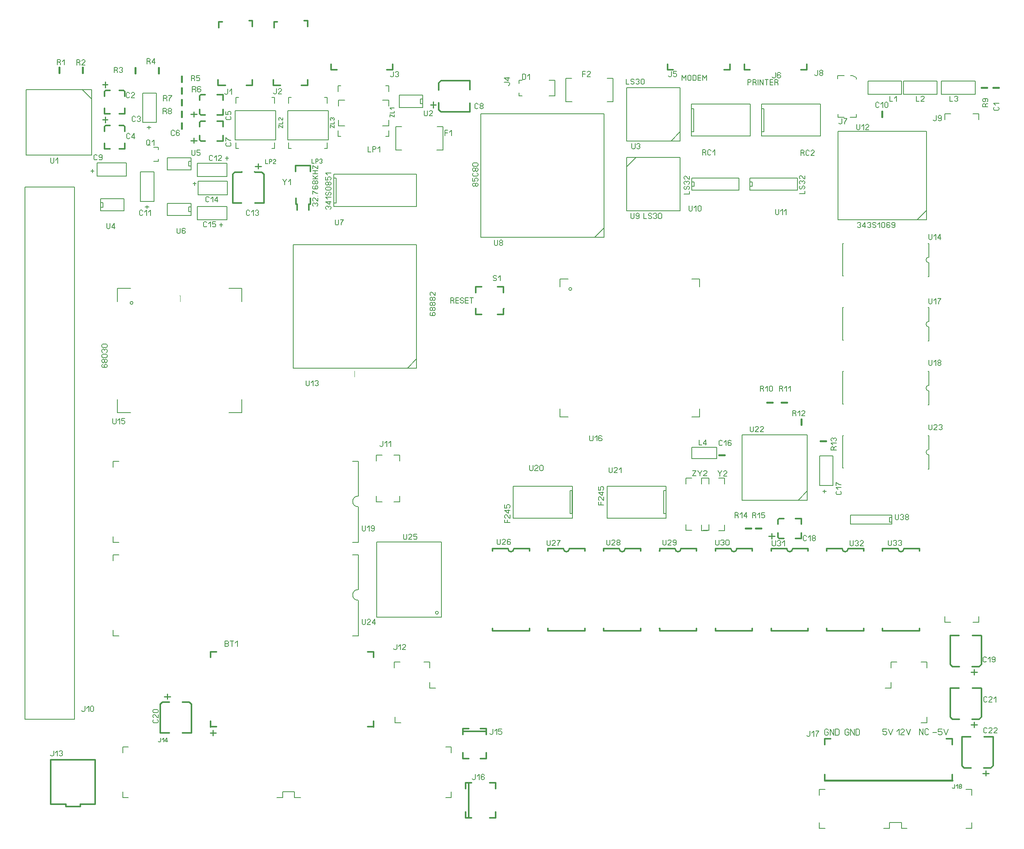
<source format=gbr>
%FSLAX34Y34*%
%MOMM*%
%LNSILK_TOP*%
G71*
G01*
%ADD10C,0.150*%
%ADD11C,0.206*%
%ADD12C,0.300*%
%ADD13C,0.200*%
%ADD14C,0.278*%
%ADD15C,0.159*%
%ADD16C,0.400*%
%ADD17C,0.167*%
%ADD18C,0.144*%
%ADD19C,0.100*%
%LPD*%
G54D10*
X1865454Y689241D02*
X1865454Y497241D01*
X2057456Y497241D01*
X2057456Y689241D01*
X1865454Y689241D01*
G54D10*
X2037456Y497241D02*
X2057456Y517241D01*
G54D11*
X1906031Y704198D02*
X1906031Y694809D01*
X1906898Y693364D01*
X1908631Y692642D01*
X1910365Y692642D01*
X1912098Y693364D01*
X1912965Y694809D01*
X1912965Y704198D01*
G54D11*
X1917008Y699864D02*
X1921342Y704198D01*
X1921342Y692642D01*
G54D11*
X1932319Y692642D02*
X1925385Y692642D01*
X1925385Y693364D01*
X1926252Y694809D01*
X1931452Y699142D01*
X1932319Y700587D01*
X1932319Y702031D01*
X1931452Y703476D01*
X1929719Y704198D01*
X1927985Y704198D01*
X1926252Y703476D01*
X1925385Y702031D01*
G54D11*
X1907963Y489186D02*
X1908830Y490630D01*
X1910563Y491352D01*
X1912297Y491352D01*
X1914030Y490630D01*
X1914897Y489186D01*
X1914897Y487742D01*
X1914030Y486297D01*
X1912297Y485575D01*
X1914030Y484852D01*
X1914897Y483408D01*
X1914897Y481964D01*
X1914030Y480519D01*
X1912297Y479797D01*
X1910563Y479797D01*
X1908830Y480519D01*
X1907963Y481964D01*
G54D11*
X1924140Y479797D02*
X1924140Y491352D01*
X1918940Y484130D01*
X1918940Y482686D01*
X1925874Y482686D01*
G54D11*
X1929917Y489186D02*
X1930784Y490630D01*
X1932517Y491352D01*
X1934251Y491352D01*
X1935984Y490630D01*
X1936851Y489186D01*
X1936851Y487742D01*
X1935984Y486297D01*
X1934251Y485575D01*
X1935984Y484852D01*
X1936851Y483408D01*
X1936851Y481964D01*
X1935984Y480519D01*
X1934251Y479797D01*
X1932517Y479797D01*
X1930784Y480519D01*
X1929917Y481964D01*
G54D11*
X1940894Y481964D02*
X1941761Y480519D01*
X1943494Y479797D01*
X1945228Y479797D01*
X1946961Y480519D01*
X1947828Y481964D01*
X1947828Y483408D01*
X1946961Y484852D01*
X1945228Y485575D01*
X1943494Y485575D01*
X1941761Y486297D01*
X1940894Y487742D01*
X1940894Y489186D01*
X1941761Y490630D01*
X1943494Y491352D01*
X1945228Y491352D01*
X1946961Y490630D01*
X1947828Y489186D01*
G54D11*
X1951871Y487019D02*
X1956205Y491352D01*
X1956205Y479797D01*
G54D11*
X1967182Y489186D02*
X1967182Y481964D01*
X1966315Y480519D01*
X1964582Y479797D01*
X1962848Y479797D01*
X1961115Y480519D01*
X1960248Y481964D01*
X1960248Y489186D01*
X1961115Y490630D01*
X1962848Y491352D01*
X1964582Y491352D01*
X1966315Y490630D01*
X1967182Y489186D01*
G54D11*
X1978159Y489186D02*
X1977292Y490630D01*
X1975559Y491352D01*
X1973825Y491352D01*
X1972092Y490630D01*
X1971225Y489186D01*
X1971225Y485575D01*
X1971225Y484852D01*
X1973825Y486297D01*
X1975559Y486297D01*
X1977292Y485575D01*
X1978159Y484130D01*
X1978159Y481964D01*
X1977292Y480519D01*
X1975559Y479797D01*
X1973825Y479797D01*
X1972092Y480519D01*
X1971225Y481964D01*
X1971225Y485575D01*
G54D11*
X1982202Y481964D02*
X1983069Y480519D01*
X1984802Y479797D01*
X1986536Y479797D01*
X1988269Y480519D01*
X1989136Y481964D01*
X1989136Y485575D01*
X1989136Y486297D01*
X1986536Y484852D01*
X1984802Y484852D01*
X1983069Y485575D01*
X1982202Y487019D01*
X1982202Y489186D01*
X1983069Y490630D01*
X1984802Y491352D01*
X1986536Y491352D01*
X1988269Y490630D01*
X1989136Y489186D01*
X1989136Y485575D01*
G54D10*
X1089651Y726955D02*
X1089651Y458955D01*
X1357651Y458955D01*
X1357651Y726955D01*
X1089651Y726955D01*
G54D10*
X1337651Y458955D02*
X1357651Y478955D01*
G54D11*
X1119591Y452792D02*
X1119591Y443403D01*
X1120458Y441959D01*
X1122191Y441237D01*
X1123925Y441237D01*
X1125658Y441959D01*
X1126525Y443403D01*
X1126525Y452792D01*
G54D11*
X1134902Y447014D02*
X1133168Y447014D01*
X1131435Y447737D01*
X1130568Y449181D01*
X1130568Y450626D01*
X1131435Y452070D01*
X1133168Y452792D01*
X1134902Y452792D01*
X1136635Y452070D01*
X1137502Y450626D01*
X1137502Y449181D01*
X1136635Y447737D01*
X1134902Y447014D01*
X1136635Y446292D01*
X1137502Y444848D01*
X1137502Y443403D01*
X1136635Y441959D01*
X1134902Y441237D01*
X1133168Y441237D01*
X1131435Y441959D01*
X1130568Y443403D01*
X1130568Y444848D01*
X1131435Y446292D01*
X1133168Y447014D01*
G54D11*
X1077932Y573721D02*
X1077932Y571988D01*
X1077210Y570255D01*
X1075766Y569388D01*
X1074321Y569388D01*
X1072877Y570255D01*
X1072155Y571988D01*
X1072155Y573721D01*
X1072877Y575455D01*
X1074321Y576321D01*
X1075766Y576321D01*
X1077210Y575455D01*
X1077932Y573721D01*
X1078655Y575455D01*
X1080099Y576321D01*
X1081544Y576321D01*
X1082988Y575455D01*
X1083710Y573721D01*
X1083710Y571988D01*
X1082988Y570255D01*
X1081544Y569388D01*
X1080099Y569388D01*
X1078655Y570255D01*
X1077932Y571988D01*
G54D11*
X1072155Y587298D02*
X1072155Y580365D01*
X1077210Y580365D01*
X1077210Y581232D01*
X1076488Y582965D01*
X1076488Y584698D01*
X1077210Y586432D01*
X1078655Y587298D01*
X1081544Y587298D01*
X1082988Y586432D01*
X1083710Y584698D01*
X1083710Y582965D01*
X1082988Y581232D01*
X1081544Y580365D01*
G54D11*
X1081544Y598275D02*
X1082988Y597409D01*
X1083710Y595675D01*
X1083710Y593942D01*
X1082988Y592209D01*
X1081544Y591342D01*
X1074321Y591342D01*
X1072877Y592209D01*
X1072155Y593942D01*
X1072155Y595675D01*
X1072877Y597409D01*
X1074321Y598275D01*
G54D11*
X1077932Y606652D02*
X1077932Y604919D01*
X1077210Y603186D01*
X1075766Y602319D01*
X1074321Y602319D01*
X1072877Y603186D01*
X1072155Y604919D01*
X1072155Y606652D01*
X1072877Y608386D01*
X1074321Y609252D01*
X1075766Y609252D01*
X1077210Y608386D01*
X1077932Y606652D01*
X1078655Y608386D01*
X1080099Y609252D01*
X1081544Y609252D01*
X1082988Y608386D01*
X1083710Y606652D01*
X1083710Y604919D01*
X1082988Y603186D01*
X1081544Y602319D01*
X1080099Y602319D01*
X1078655Y603186D01*
X1077932Y604919D01*
G54D11*
X1074321Y620229D02*
X1081544Y620229D01*
X1082988Y619363D01*
X1083710Y617629D01*
X1083710Y615896D01*
X1082988Y614163D01*
X1081544Y613296D01*
X1074321Y613296D01*
X1072877Y614163D01*
X1072155Y615896D01*
X1072155Y617629D01*
X1072877Y619363D01*
X1074321Y620229D01*
G54D10*
X301335Y106286D02*
X301335Y77886D01*
X329735Y77886D01*
G54D10*
X571335Y106286D02*
X571335Y77886D01*
X542935Y77886D01*
G54D10*
X571335Y319486D02*
X571335Y347886D01*
X542935Y347886D01*
G54D10*
X301335Y319486D02*
X301335Y347886D01*
X329735Y347886D01*
G54D11*
X291082Y65030D02*
X291082Y55642D01*
X291949Y54198D01*
X293682Y53475D01*
X295415Y53475D01*
X297149Y54198D01*
X298016Y55642D01*
X298016Y65031D01*
G54D11*
X302059Y60698D02*
X306392Y65031D01*
X306392Y53475D01*
G54D11*
X317369Y65030D02*
X310436Y65031D01*
X310436Y59975D01*
X311303Y59975D01*
X313036Y60697D01*
X314769Y60698D01*
X316503Y59975D01*
X317369Y58530D01*
X317369Y55642D01*
X316503Y54198D01*
X314769Y53475D01*
X313036Y53475D01*
X311303Y54198D01*
X310436Y55642D01*
G54D11*
X269520Y182576D02*
X268075Y181709D01*
X267353Y179976D01*
X267353Y178242D01*
X268075Y176509D01*
X269520Y175642D01*
X273131Y175642D01*
X273853Y175642D01*
X272408Y178242D01*
X272408Y179976D01*
X273131Y181709D01*
X274575Y182576D01*
X276742Y182576D01*
X278186Y181709D01*
X278908Y179976D01*
X278908Y178242D01*
X278186Y176509D01*
X276742Y175642D01*
X273131Y175642D01*
G54D11*
X273131Y190953D02*
X273131Y189220D01*
X272408Y187486D01*
X270964Y186620D01*
X269520Y186620D01*
X268075Y187486D01*
X267353Y189220D01*
X267353Y190953D01*
X268075Y192686D01*
X269520Y193553D01*
X270964Y193553D01*
X272408Y192686D01*
X273131Y190953D01*
X273853Y192686D01*
X275298Y193553D01*
X276742Y193553D01*
X278186Y192686D01*
X278908Y190953D01*
X278908Y189220D01*
X278186Y187486D01*
X276742Y186620D01*
X275298Y186620D01*
X273853Y187486D01*
X273131Y189220D01*
G54D11*
X269520Y204530D02*
X276742Y204530D01*
X278186Y203663D01*
X278908Y201930D01*
X278908Y200196D01*
X278186Y198463D01*
X276742Y197596D01*
X269520Y197596D01*
X268075Y198463D01*
X267353Y200196D01*
X267353Y201930D01*
X268075Y203663D01*
X269520Y204530D01*
G54D11*
X269520Y208574D02*
X268075Y209440D01*
X267353Y211174D01*
X267353Y212907D01*
X268075Y214640D01*
X269520Y215507D01*
X270964Y215507D01*
X272408Y214640D01*
X273131Y212907D01*
X273853Y214640D01*
X275298Y215507D01*
X276742Y215507D01*
X278186Y214640D01*
X278908Y212907D01*
X278908Y211174D01*
X278186Y209440D01*
X276742Y208574D01*
G54D11*
X269520Y226484D02*
X276742Y226484D01*
X278186Y225617D01*
X278908Y223884D01*
X278908Y222150D01*
X278186Y220417D01*
X276742Y219550D01*
X269520Y219550D01*
X268075Y220417D01*
X267353Y222150D01*
X267353Y223884D01*
X268075Y225617D01*
X269520Y226484D01*
G54D10*
G75*
G01X334735Y316310D02*
G03X334735Y316310I-3175J0D01*
G01*
G54D10*
X1261788Y86022D02*
X1261788Y68522D01*
X1279288Y68522D01*
G54D10*
X1565359Y86022D02*
X1565359Y68522D01*
X1547859Y68522D01*
G54D10*
X1565359Y351022D02*
X1565359Y368522D01*
X1547859Y368522D01*
G54D10*
X1261788Y351022D02*
X1261788Y368522D01*
X1279288Y368522D01*
G54D10*
G75*
G01X1287462Y346472D02*
G03X1287462Y346472I-3174J0D01*
G01*
G54D11*
X1326619Y28112D02*
X1326619Y18723D01*
X1327486Y17278D01*
X1329219Y16556D01*
X1330953Y16556D01*
X1332686Y17278D01*
X1333553Y18723D01*
X1333553Y28112D01*
G54D11*
X1337596Y23778D02*
X1341930Y28112D01*
X1341930Y16556D01*
G54D11*
X1352907Y25945D02*
X1352040Y27390D01*
X1350307Y28112D01*
X1348573Y28112D01*
X1346840Y27390D01*
X1345973Y25945D01*
X1345973Y22334D01*
X1345973Y21612D01*
X1348573Y23056D01*
X1350307Y23056D01*
X1352040Y22334D01*
X1352907Y20890D01*
X1352907Y18723D01*
X1352040Y17278D01*
X1350307Y16556D01*
X1348573Y16556D01*
X1346840Y17278D01*
X1345973Y18723D01*
X1345973Y22334D01*
G54D10*
X682457Y442395D02*
X682457Y174396D01*
X950457Y174396D01*
X950457Y442395D01*
X682457Y442395D01*
G54D10*
X930457Y174396D02*
X950457Y194396D01*
G54D11*
X710810Y147596D02*
X710810Y138206D01*
X711677Y136762D01*
X713410Y136040D01*
X715143Y136040D01*
X716877Y136762D01*
X717743Y138206D01*
X717743Y147596D01*
G54D11*
X721787Y143262D02*
X726120Y147596D01*
X726120Y136040D01*
G54D11*
X730164Y145429D02*
X731031Y146873D01*
X732764Y147596D01*
X734497Y147596D01*
X736231Y146873D01*
X737097Y145429D01*
X737097Y143984D01*
X736231Y142540D01*
X734497Y141818D01*
X736231Y141096D01*
X737097Y139651D01*
X737097Y138206D01*
X736231Y136762D01*
X734497Y136040D01*
X732764Y136040D01*
X731031Y136762D01*
X730164Y138206D01*
G54D11*
X981778Y295400D02*
X980333Y294534D01*
X979611Y292800D01*
X979611Y291067D01*
X980333Y289334D01*
X981778Y288467D01*
X985389Y288467D01*
X986111Y288467D01*
X984666Y291067D01*
X984666Y292800D01*
X985389Y294534D01*
X986833Y295400D01*
X989000Y295400D01*
X990444Y294534D01*
X991166Y292800D01*
X991166Y291067D01*
X990444Y289334D01*
X989000Y288467D01*
X985389Y288467D01*
G54D11*
X985389Y303778D02*
X985389Y302044D01*
X984666Y300311D01*
X983222Y299444D01*
X981778Y299444D01*
X980333Y300311D01*
X979611Y302044D01*
X979611Y303778D01*
X980333Y305511D01*
X981778Y306378D01*
X983222Y306378D01*
X984666Y305511D01*
X985389Y303778D01*
X986111Y305511D01*
X987555Y306378D01*
X989000Y306378D01*
X990444Y305511D01*
X991166Y303778D01*
X991166Y302044D01*
X990444Y300311D01*
X989000Y299444D01*
X987555Y299444D01*
X986111Y300311D01*
X985389Y302044D01*
G54D11*
X985389Y314754D02*
X985389Y313021D01*
X984666Y311288D01*
X983222Y310421D01*
X981778Y310421D01*
X980333Y311288D01*
X979611Y313021D01*
X979611Y314754D01*
X980333Y316488D01*
X981778Y317354D01*
X983222Y317354D01*
X984666Y316488D01*
X985389Y314754D01*
X986111Y316488D01*
X987555Y317354D01*
X989000Y317354D01*
X990444Y316488D01*
X991166Y314754D01*
X991166Y313021D01*
X990444Y311288D01*
X989000Y310421D01*
X987555Y310421D01*
X986111Y311288D01*
X985389Y313021D01*
G54D11*
X985389Y325732D02*
X985389Y323998D01*
X984666Y322265D01*
X983222Y321398D01*
X981778Y321398D01*
X980333Y322265D01*
X979611Y323998D01*
X979611Y325732D01*
X980333Y327465D01*
X981778Y328332D01*
X983222Y328332D01*
X984666Y327465D01*
X985389Y325732D01*
X986111Y327465D01*
X987555Y328332D01*
X989000Y328332D01*
X990444Y327465D01*
X991166Y325732D01*
X991166Y323998D01*
X990444Y322265D01*
X989000Y321398D01*
X987555Y321398D01*
X986111Y322265D01*
X985389Y323998D01*
G54D11*
X991166Y339308D02*
X991166Y332375D01*
X990444Y332375D01*
X989000Y333242D01*
X984666Y338442D01*
X983222Y339308D01*
X981778Y339308D01*
X980333Y338442D01*
X979611Y336708D01*
X979611Y334975D01*
X980333Y333242D01*
X981778Y332375D01*
G54D12*
X1195453Y-390834D02*
X1195453Y-396030D01*
X1115439Y-396030D01*
X1115367Y-396102D01*
X1115367Y-391050D01*
X1115294Y-390978D01*
G54D12*
X1195453Y-223065D02*
X1195453Y-217870D01*
X1161720Y-218060D01*
G54D12*
G75*
G01X1149020Y-218060D02*
G03X1161720Y-218060I6350J0D01*
G01*
G54D12*
X1115294Y-222920D02*
X1115367Y-222848D01*
X1115367Y-217797D01*
X1115439Y-217870D01*
X1149020Y-218060D01*
G54D11*
X1125520Y-197104D02*
X1125520Y-206493D01*
X1126387Y-207938D01*
X1128120Y-208660D01*
X1129854Y-208660D01*
X1131587Y-207938D01*
X1132454Y-206493D01*
X1132454Y-197104D01*
G54D11*
X1143431Y-208660D02*
X1136498Y-208660D01*
X1136498Y-207938D01*
X1137364Y-206493D01*
X1142564Y-202160D01*
X1143431Y-200715D01*
X1143431Y-199271D01*
X1142564Y-197826D01*
X1140831Y-197104D01*
X1139098Y-197104D01*
X1137364Y-197826D01*
X1136498Y-199271D01*
G54D11*
X1154408Y-199271D02*
X1153541Y-197826D01*
X1151808Y-197104D01*
X1150074Y-197104D01*
X1148341Y-197826D01*
X1147474Y-199271D01*
X1147474Y-202882D01*
X1147474Y-203604D01*
X1150074Y-202160D01*
X1151808Y-202160D01*
X1153541Y-202882D01*
X1154408Y-204326D01*
X1154408Y-206493D01*
X1153541Y-207938D01*
X1151808Y-208660D01*
X1150074Y-208660D01*
X1148341Y-207938D01*
X1147474Y-206493D01*
X1147474Y-202882D01*
G54D12*
X1315871Y-390834D02*
X1315871Y-396030D01*
X1235857Y-396030D01*
X1235785Y-396102D01*
X1235785Y-391050D01*
X1235712Y-390978D01*
G54D12*
X1315871Y-223065D02*
X1315871Y-217870D01*
X1282138Y-218060D01*
G54D12*
G75*
G01X1269438Y-218060D02*
G03X1282138Y-218060I6350J0D01*
G01*
G54D12*
X1235712Y-222920D02*
X1235785Y-222848D01*
X1235785Y-217797D01*
X1235857Y-217870D01*
X1269438Y-218060D01*
G54D11*
X1234032Y-199486D02*
X1234032Y-208874D01*
X1234899Y-210318D01*
X1236632Y-211041D01*
X1238366Y-211041D01*
X1240099Y-210318D01*
X1240966Y-208874D01*
X1240966Y-199486D01*
G54D11*
X1251943Y-211041D02*
X1245010Y-211041D01*
X1245010Y-210318D01*
X1245876Y-208874D01*
X1251076Y-204541D01*
X1251943Y-203096D01*
X1251943Y-201652D01*
X1251076Y-200208D01*
X1249343Y-199486D01*
X1247610Y-199486D01*
X1245876Y-200208D01*
X1245010Y-201652D01*
G54D11*
X1255986Y-199486D02*
X1262920Y-199486D01*
X1262053Y-200930D01*
X1260320Y-203096D01*
X1258586Y-205986D01*
X1257720Y-208152D01*
X1257720Y-211041D01*
G54D12*
X1437083Y-390834D02*
X1437083Y-396030D01*
X1357069Y-396030D01*
X1356997Y-396102D01*
X1356997Y-391050D01*
X1356924Y-390978D01*
G54D12*
X1437083Y-223065D02*
X1437083Y-217870D01*
X1403350Y-218060D01*
G54D12*
G75*
G01X1390650Y-218060D02*
G03X1403350Y-218060I6350J0D01*
G01*
G54D12*
X1356924Y-222920D02*
X1356997Y-222848D01*
X1356997Y-217797D01*
X1357069Y-217870D01*
X1390650Y-218060D01*
G54D11*
X1363182Y-198692D02*
X1363182Y-208080D01*
X1364049Y-209525D01*
X1365782Y-210247D01*
X1367515Y-210247D01*
X1369249Y-209525D01*
X1370115Y-208080D01*
X1370115Y-198692D01*
G54D11*
X1381092Y-210247D02*
X1374159Y-210247D01*
X1374159Y-209525D01*
X1375026Y-208080D01*
X1380226Y-203747D01*
X1381092Y-202302D01*
X1381092Y-200858D01*
X1380226Y-199414D01*
X1378492Y-198692D01*
X1376759Y-198692D01*
X1375026Y-199414D01*
X1374159Y-200858D01*
G54D11*
X1389469Y-204470D02*
X1387736Y-204470D01*
X1386003Y-203747D01*
X1385136Y-202302D01*
X1385136Y-200858D01*
X1386003Y-199414D01*
X1387736Y-198692D01*
X1389469Y-198692D01*
X1391203Y-199414D01*
X1392069Y-200858D01*
X1392069Y-202302D01*
X1391203Y-203747D01*
X1389469Y-204470D01*
X1391203Y-205192D01*
X1392069Y-206636D01*
X1392069Y-208080D01*
X1391203Y-209525D01*
X1389469Y-210247D01*
X1387736Y-210247D01*
X1386003Y-209525D01*
X1385136Y-208080D01*
X1385136Y-206636D01*
X1386003Y-205192D01*
X1387736Y-204470D01*
G54D12*
X1558295Y-390834D02*
X1558295Y-396030D01*
X1478281Y-396030D01*
X1478209Y-396102D01*
X1478209Y-391050D01*
X1478136Y-390978D01*
G54D12*
X1558295Y-223065D02*
X1558295Y-217870D01*
X1524562Y-218060D01*
G54D12*
G75*
G01X1511862Y-218060D02*
G03X1524562Y-218060I6350J0D01*
G01*
G54D12*
X1478136Y-222920D02*
X1478209Y-222848D01*
X1478209Y-217797D01*
X1478281Y-217870D01*
X1511862Y-218060D01*
G54D11*
X1485188Y-198692D02*
X1485188Y-208080D01*
X1486054Y-209525D01*
X1487788Y-210247D01*
X1489521Y-210247D01*
X1491254Y-209525D01*
X1492121Y-208080D01*
X1492121Y-198692D01*
G54D11*
X1503098Y-210247D02*
X1496165Y-210247D01*
X1496165Y-209525D01*
X1497031Y-208080D01*
X1502231Y-203747D01*
X1503098Y-202302D01*
X1503098Y-200858D01*
X1502231Y-199414D01*
X1500498Y-198692D01*
X1498765Y-198692D01*
X1497031Y-199414D01*
X1496165Y-200858D01*
G54D11*
X1507142Y-208080D02*
X1508008Y-209525D01*
X1509742Y-210247D01*
X1511475Y-210247D01*
X1513208Y-209525D01*
X1514075Y-208080D01*
X1514075Y-204470D01*
X1514075Y-203747D01*
X1511475Y-205192D01*
X1509742Y-205192D01*
X1508008Y-204470D01*
X1507142Y-203025D01*
X1507142Y-200858D01*
X1508008Y-199414D01*
X1509742Y-198692D01*
X1511475Y-198692D01*
X1513208Y-199414D01*
X1514075Y-200858D01*
X1514075Y-204470D01*
G54D12*
X1679507Y-390834D02*
X1679507Y-396030D01*
X1599493Y-396030D01*
X1599421Y-396102D01*
X1599421Y-391050D01*
X1599348Y-390978D01*
G54D12*
X1679507Y-223065D02*
X1679507Y-217870D01*
X1645774Y-218060D01*
G54D12*
G75*
G01X1633074Y-218060D02*
G03X1645774Y-218060I6350J0D01*
G01*
G54D12*
X1599348Y-222920D02*
X1599421Y-222848D01*
X1599421Y-217797D01*
X1599493Y-217870D01*
X1633074Y-218060D01*
G54D11*
X1600050Y-198692D02*
X1600050Y-208080D01*
X1600916Y-209525D01*
X1602650Y-210247D01*
X1604383Y-210247D01*
X1606116Y-209525D01*
X1606983Y-208080D01*
X1606983Y-198692D01*
G54D11*
X1611027Y-200858D02*
X1611893Y-199414D01*
X1613627Y-198692D01*
X1615360Y-198692D01*
X1617093Y-199414D01*
X1617960Y-200858D01*
X1617960Y-202302D01*
X1617093Y-203747D01*
X1615360Y-204470D01*
X1617093Y-205192D01*
X1617960Y-206636D01*
X1617960Y-208080D01*
X1617093Y-209525D01*
X1615360Y-210247D01*
X1613627Y-210247D01*
X1611893Y-209525D01*
X1611027Y-208080D01*
G54D11*
X1628937Y-200858D02*
X1628937Y-208080D01*
X1628070Y-209525D01*
X1626337Y-210247D01*
X1624604Y-210247D01*
X1622870Y-209525D01*
X1622004Y-208080D01*
X1622004Y-200858D01*
X1622870Y-199414D01*
X1624604Y-198692D01*
X1626337Y-198692D01*
X1628070Y-199414D01*
X1628937Y-200858D01*
G54D12*
X1800719Y-390834D02*
X1800719Y-396030D01*
X1720705Y-396030D01*
X1720633Y-396102D01*
X1720633Y-391050D01*
X1720560Y-390978D01*
G54D12*
X1800719Y-223065D02*
X1800719Y-217870D01*
X1766986Y-218060D01*
G54D12*
G75*
G01X1754286Y-218060D02*
G03X1766986Y-218060I6350J0D01*
G01*
G54D12*
X1720560Y-222920D02*
X1720633Y-222848D01*
X1720633Y-217797D01*
X1720705Y-217870D01*
X1754286Y-218060D01*
G54D11*
X1722849Y-200279D02*
X1722849Y-209668D01*
X1723716Y-211112D01*
X1725449Y-211834D01*
X1727183Y-211834D01*
X1728916Y-211112D01*
X1729783Y-209668D01*
X1729783Y-200279D01*
G54D11*
X1733826Y-202446D02*
X1734693Y-201001D01*
X1736426Y-200279D01*
X1738160Y-200279D01*
X1739893Y-201001D01*
X1740760Y-202446D01*
X1740760Y-203890D01*
X1739893Y-205334D01*
X1738160Y-206057D01*
X1739893Y-206779D01*
X1740760Y-208224D01*
X1740760Y-209668D01*
X1739893Y-211112D01*
X1738160Y-211834D01*
X1736426Y-211834D01*
X1734693Y-211112D01*
X1733826Y-209668D01*
G54D11*
X1744803Y-204612D02*
X1749137Y-200279D01*
X1749137Y-211834D01*
G54D12*
X1921138Y-390834D02*
X1921138Y-396030D01*
X1841124Y-396030D01*
X1841052Y-396102D01*
X1841052Y-391050D01*
X1840978Y-390978D01*
G54D12*
X1921138Y-223065D02*
X1921138Y-217870D01*
X1887404Y-218060D01*
G54D12*
G75*
G01X1874704Y-218060D02*
G03X1887404Y-218060I6350J0D01*
G01*
G54D12*
X1840978Y-222920D02*
X1841052Y-222848D01*
X1841052Y-217797D01*
X1841124Y-217870D01*
X1874704Y-218060D01*
G54D11*
X1891686Y-200279D02*
X1891686Y-209668D01*
X1892553Y-211112D01*
X1894286Y-211834D01*
X1896020Y-211834D01*
X1897753Y-211112D01*
X1898620Y-209668D01*
X1898620Y-200279D01*
G54D11*
X1902663Y-202446D02*
X1903530Y-201001D01*
X1905263Y-200279D01*
X1906997Y-200279D01*
X1908730Y-201001D01*
X1909597Y-202446D01*
X1909597Y-203890D01*
X1908730Y-205334D01*
X1906997Y-206057D01*
X1908730Y-206779D01*
X1909597Y-208224D01*
X1909597Y-209668D01*
X1908730Y-211112D01*
X1906997Y-211834D01*
X1905263Y-211834D01*
X1903530Y-211112D01*
X1902663Y-209668D01*
G54D11*
X1920574Y-211834D02*
X1913640Y-211834D01*
X1913640Y-211112D01*
X1914507Y-209668D01*
X1919707Y-205334D01*
X1920574Y-203890D01*
X1920574Y-202446D01*
X1919707Y-201001D01*
X1917974Y-200279D01*
X1916240Y-200279D01*
X1914507Y-201001D01*
X1913640Y-202446D01*
G54D12*
X2042350Y-390834D02*
X2042350Y-396030D01*
X1962336Y-396030D01*
X1962264Y-396102D01*
X1962264Y-391050D01*
X1962190Y-390978D01*
G54D12*
X2042350Y-223065D02*
X2042350Y-217870D01*
X2008616Y-218060D01*
G54D12*
G75*
G01X1995916Y-218060D02*
G03X2008616Y-218060I6350J0D01*
G01*
G54D12*
X1962190Y-222920D02*
X1962264Y-222848D01*
X1962264Y-217797D01*
X1962336Y-217870D01*
X1995916Y-218060D01*
G54D11*
X1974798Y-199486D02*
X1974798Y-208874D01*
X1975665Y-210318D01*
X1977398Y-211041D01*
X1979132Y-211041D01*
X1980865Y-210318D01*
X1981732Y-208874D01*
X1981732Y-199486D01*
G54D11*
X1985775Y-201652D02*
X1986642Y-200208D01*
X1988375Y-199486D01*
X1990109Y-199486D01*
X1991842Y-200208D01*
X1992709Y-201652D01*
X1992709Y-203096D01*
X1991842Y-204541D01*
X1990109Y-205263D01*
X1991842Y-205986D01*
X1992709Y-207430D01*
X1992709Y-208874D01*
X1991842Y-210318D01*
X1990109Y-211041D01*
X1988375Y-211041D01*
X1986642Y-210318D01*
X1985775Y-208874D01*
G54D11*
X1996752Y-201652D02*
X1997619Y-200208D01*
X1999352Y-199486D01*
X2001086Y-199486D01*
X2002819Y-200208D01*
X2003686Y-201652D01*
X2003686Y-203096D01*
X2002819Y-204541D01*
X2001086Y-205263D01*
X2002819Y-205986D01*
X2003686Y-207430D01*
X2003686Y-208874D01*
X2002819Y-210318D01*
X2001086Y-211041D01*
X1999352Y-211041D01*
X1997619Y-210318D01*
X1996752Y-208874D01*
G54D13*
X1877219Y445691D02*
X1875631Y445691D01*
X1875631Y375047D01*
X1877219Y375047D01*
G54D13*
X2061369Y445691D02*
X2062956Y445691D01*
X2062956Y415925D01*
G54D13*
G75*
G01X2062734Y415685D02*
G03X2062734Y403685I0J-6000D01*
G01*
G54D13*
X2061369Y373197D02*
X2062956Y373197D01*
X2062956Y403359D01*
G54D11*
X2062750Y465385D02*
X2062750Y455996D01*
X2063617Y454552D01*
X2065350Y453830D01*
X2067083Y453830D01*
X2068817Y454552D01*
X2069683Y455996D01*
X2069683Y465385D01*
G54D11*
X2073727Y461052D02*
X2078060Y465385D01*
X2078060Y453830D01*
G54D11*
X2087304Y453830D02*
X2087304Y465385D01*
X2082104Y458163D01*
X2082104Y456718D01*
X2089037Y456718D01*
G54D13*
X1877219Y306034D02*
X1875631Y306034D01*
X1875631Y235390D01*
X1877219Y235390D01*
G54D13*
X2061369Y306034D02*
X2062956Y306034D01*
X2062956Y276269D01*
G54D13*
G75*
G01X2062734Y276029D02*
G03X2062734Y264029I0J-6000D01*
G01*
G54D13*
X2061369Y233540D02*
X2062956Y233540D01*
X2062956Y263703D01*
G54D11*
X2062750Y325729D02*
X2062750Y316340D01*
X2063616Y314896D01*
X2065350Y314173D01*
X2067083Y314173D01*
X2068816Y314896D01*
X2069683Y316340D01*
X2069683Y325729D01*
G54D11*
X2073727Y321396D02*
X2078060Y325729D01*
X2078060Y314173D01*
G54D11*
X2082104Y325729D02*
X2089037Y325729D01*
X2088170Y324284D01*
X2086437Y322118D01*
X2084704Y319229D01*
X2083837Y317062D01*
X2083837Y314173D01*
G54D13*
X1877219Y167172D02*
X1875631Y167172D01*
X1875631Y96528D01*
X1877219Y96528D01*
G54D13*
X2061369Y167172D02*
X2062956Y167172D01*
X2062956Y137406D01*
G54D13*
G75*
G01X2062734Y137166D02*
G03X2062734Y125166I0J-6000D01*
G01*
G54D13*
X2061369Y94678D02*
X2062956Y94678D01*
X2062956Y124840D01*
G54D11*
X2062750Y192026D02*
X2062750Y182637D01*
X2063616Y181192D01*
X2065350Y180470D01*
X2067083Y180470D01*
X2068816Y181192D01*
X2069683Y182637D01*
X2069683Y192026D01*
G54D11*
X2073727Y187692D02*
X2078060Y192026D01*
X2078060Y180470D01*
G54D11*
X2086437Y186248D02*
X2084704Y186248D01*
X2082970Y186970D01*
X2082104Y188414D01*
X2082104Y189859D01*
X2082970Y191304D01*
X2084704Y192026D01*
X2086437Y192026D01*
X2088170Y191304D01*
X2089037Y189859D01*
X2089037Y188414D01*
X2088170Y186970D01*
X2086437Y186248D01*
X2088170Y185526D01*
X2089037Y184081D01*
X2089037Y182637D01*
X2088170Y181192D01*
X2086437Y180470D01*
X2084704Y180470D01*
X2082970Y181192D01*
X2082104Y182637D01*
X2082104Y184081D01*
X2082970Y185526D01*
X2084704Y186248D01*
G54D13*
X1877219Y27912D02*
X1875631Y27912D01*
X1875631Y-42732D01*
X1877219Y-42732D01*
G54D13*
X2061369Y27912D02*
X2062956Y27912D01*
X2062956Y-1853D01*
G54D13*
G75*
G01X2062734Y-2093D02*
G03X2062734Y-14093I0J-6000D01*
G01*
G54D13*
X2061369Y-44582D02*
X2062956Y-44582D01*
X2062956Y-14419D01*
G54D11*
X2062750Y51972D02*
X2062750Y42584D01*
X2063616Y41139D01*
X2065350Y40417D01*
X2067083Y40417D01*
X2068816Y41139D01*
X2069683Y42584D01*
X2069683Y51972D01*
G54D11*
X2080660Y40417D02*
X2073727Y40417D01*
X2073727Y41139D01*
X2074593Y42584D01*
X2079793Y46917D01*
X2080660Y48362D01*
X2080660Y49806D01*
X2079793Y51250D01*
X2078060Y51972D01*
X2076327Y51972D01*
X2074593Y51250D01*
X2073727Y49806D01*
G54D11*
X2084704Y49806D02*
X2085570Y51250D01*
X2087304Y51972D01*
X2089037Y51972D01*
X2090770Y51250D01*
X2091637Y49806D01*
X2091637Y48362D01*
X2090770Y46917D01*
X2089037Y46195D01*
X2090770Y45472D01*
X2091637Y44028D01*
X2091637Y42584D01*
X2090770Y41139D01*
X2089037Y40417D01*
X2087304Y40417D01*
X2085570Y41139D01*
X2084704Y42584D01*
G54D13*
X304006Y-27781D02*
X291306Y-27781D01*
X291306Y-40481D01*
G54D13*
X304006Y-204256D02*
X291306Y-204256D01*
X291306Y-191556D01*
G54D13*
X811212Y-27781D02*
X823912Y-27781D01*
X823912Y-103584D01*
G54D13*
G75*
G01X823293Y-103623D02*
G03X823293Y-126623I0J-11500D01*
G01*
G54D13*
X811212Y-203860D02*
X823912Y-203860D01*
X823912Y-126866D01*
G54D11*
X832437Y-167819D02*
X832437Y-177208D01*
X833304Y-178652D01*
X835037Y-179375D01*
X836771Y-179375D01*
X838504Y-178652D01*
X839371Y-177208D01*
X839371Y-167819D01*
G54D11*
X843414Y-172152D02*
X847748Y-167819D01*
X847748Y-179375D01*
G54D11*
X851791Y-177208D02*
X852658Y-178652D01*
X854391Y-179375D01*
X856125Y-179375D01*
X857858Y-178652D01*
X858725Y-177208D01*
X858725Y-173597D01*
X858725Y-172875D01*
X856125Y-174319D01*
X854391Y-174319D01*
X852658Y-173597D01*
X851791Y-172152D01*
X851791Y-169986D01*
X852658Y-168542D01*
X854391Y-167819D01*
X856125Y-167819D01*
X857858Y-168542D01*
X858725Y-169986D01*
X858725Y-173597D01*
G54D13*
X304006Y-230981D02*
X291306Y-230981D01*
X291306Y-243681D01*
G54D13*
X304006Y-407456D02*
X291306Y-407456D01*
X291306Y-394756D01*
G54D13*
X811212Y-230981D02*
X823912Y-230981D01*
X823912Y-306784D01*
G54D13*
G75*
G01X823293Y-306823D02*
G03X823293Y-329823I0J-11500D01*
G01*
G54D13*
X811212Y-407060D02*
X823912Y-407060D01*
X823912Y-330066D01*
G54D11*
X832437Y-371019D02*
X832437Y-380408D01*
X833304Y-381852D01*
X835037Y-382575D01*
X836771Y-382575D01*
X838504Y-381852D01*
X839371Y-380408D01*
X839371Y-371019D01*
G54D11*
X850348Y-382575D02*
X843414Y-382575D01*
X843414Y-381852D01*
X844281Y-380408D01*
X849481Y-376075D01*
X850348Y-374630D01*
X850348Y-373186D01*
X849481Y-371742D01*
X847748Y-371019D01*
X846014Y-371019D01*
X844281Y-371742D01*
X843414Y-373186D01*
G54D11*
X859591Y-382575D02*
X859591Y-371019D01*
X854391Y-378242D01*
X854391Y-379686D01*
X861325Y-379686D01*
G54D12*
X844279Y-441864D02*
X857030Y-441864D01*
X857089Y-441804D01*
X857089Y-454142D01*
X857030Y-454202D01*
G54D12*
X515777Y-441864D02*
X503026Y-441864D01*
X502967Y-441804D01*
X502967Y-454142D01*
X503026Y-454202D01*
G54D12*
X844279Y-604956D02*
X857030Y-604956D01*
X857089Y-605014D01*
X857089Y-592676D01*
X857030Y-592618D01*
G54D12*
X515777Y-604956D02*
X503026Y-604956D01*
X502967Y-605014D01*
X502967Y-592676D01*
X503026Y-592618D01*
G54D14*
X502068Y-618120D02*
X515401Y-618120D01*
G54D14*
X508735Y-612565D02*
X508735Y-623676D01*
G54D11*
X534996Y-430076D02*
X534996Y-418520D01*
X539330Y-418520D01*
X541063Y-419243D01*
X541930Y-420687D01*
X541930Y-422132D01*
X541063Y-423576D01*
X539330Y-424298D01*
X541063Y-425020D01*
X541930Y-426465D01*
X541930Y-427910D01*
X541063Y-429354D01*
X539330Y-430076D01*
X534996Y-430076D01*
G54D11*
X534996Y-424298D02*
X539330Y-424298D01*
G54D11*
X549440Y-430076D02*
X549440Y-418520D01*
G54D11*
X545973Y-418520D02*
X552907Y-418520D01*
G54D11*
X556950Y-422854D02*
X561284Y-418520D01*
X561284Y-430076D01*
G54D10*
X1547108Y748579D02*
X1547108Y679054D01*
X1675408Y679054D01*
X1675408Y748579D01*
X1547108Y748579D01*
G54D10*
X1547351Y738091D02*
X1547351Y688091D01*
X1552351Y688091D01*
X1552351Y738091D01*
X1547351Y738091D01*
G54D11*
X1575224Y643137D02*
X1577824Y641693D01*
X1578691Y640248D01*
X1578691Y637360D01*
G54D11*
X1571757Y637360D02*
X1571757Y648915D01*
X1576091Y648915D01*
X1577824Y648193D01*
X1578691Y646748D01*
X1578691Y645304D01*
X1577824Y643860D01*
X1576091Y643137D01*
X1571757Y643137D01*
G54D11*
X1589668Y639526D02*
X1588801Y638082D01*
X1587068Y637360D01*
X1585334Y637360D01*
X1583601Y638082D01*
X1582734Y639526D01*
X1582734Y646748D01*
X1583601Y648193D01*
X1585334Y648915D01*
X1587068Y648915D01*
X1588801Y648193D01*
X1589668Y646748D01*
G54D11*
X1593711Y644582D02*
X1598045Y648915D01*
X1598045Y637360D01*
G54D10*
X1699508Y748579D02*
X1699508Y679054D01*
X1827808Y679054D01*
X1827808Y748579D01*
X1699508Y748579D01*
G54D10*
X1699751Y738091D02*
X1699751Y688091D01*
X1704751Y688091D01*
X1704751Y738091D01*
X1699751Y738091D01*
G54D11*
X1788743Y642344D02*
X1791343Y640899D01*
X1792210Y639455D01*
X1792210Y636566D01*
G54D11*
X1785276Y636566D02*
X1785276Y648122D01*
X1789610Y648122D01*
X1791343Y647399D01*
X1792210Y645955D01*
X1792210Y644510D01*
X1791343Y643066D01*
X1789610Y642344D01*
X1785276Y642344D01*
G54D11*
X1803187Y638732D02*
X1802320Y637288D01*
X1800587Y636566D01*
X1798853Y636566D01*
X1797120Y637288D01*
X1796253Y638732D01*
X1796253Y645955D01*
X1797120Y647399D01*
X1798853Y648122D01*
X1800587Y648122D01*
X1802320Y647399D01*
X1803187Y645955D01*
G54D11*
X1814164Y636566D02*
X1807230Y636566D01*
X1807230Y637288D01*
X1808097Y638732D01*
X1813297Y643066D01*
X1814164Y644510D01*
X1814164Y645955D01*
X1813297Y647399D01*
X1811564Y648122D01*
X1809830Y648122D01*
X1808097Y647399D01*
X1807230Y645955D01*
G54D13*
X2097484Y714375D02*
X2097484Y727075D01*
X2110184Y727075D01*
G54D13*
X2171168Y714375D02*
X2171168Y727075D01*
X2158468Y727075D01*
G54D13*
X2097484Y-364594D02*
X2097484Y-377294D01*
X2110184Y-377294D01*
G54D13*
X2171168Y-364594D02*
X2171168Y-377294D01*
X2158468Y-377294D01*
G54D11*
X2079239Y723456D02*
X2079239Y714067D01*
X2078372Y712622D01*
X2076639Y711900D01*
X2074906Y711900D01*
X2073172Y712622D01*
X2072306Y714067D01*
G54D11*
X2083282Y714067D02*
X2084149Y712622D01*
X2085882Y711900D01*
X2087616Y711900D01*
X2089349Y712622D01*
X2090216Y714067D01*
X2090216Y717678D01*
X2090216Y718400D01*
X2087616Y716956D01*
X2085882Y716956D01*
X2084149Y717678D01*
X2083282Y719122D01*
X2083282Y721289D01*
X2084149Y722733D01*
X2085882Y723456D01*
X2087616Y723456D01*
X2089349Y722733D01*
X2090216Y721289D01*
X2090216Y717678D01*
G54D11*
X1821472Y822142D02*
X1821472Y812753D01*
X1820605Y811309D01*
X1818872Y810586D01*
X1817138Y810587D01*
X1815405Y811309D01*
X1814538Y812753D01*
G54D11*
X1829849Y816364D02*
X1828115Y816364D01*
X1826382Y817087D01*
X1825515Y818531D01*
X1825515Y819976D01*
X1826382Y821420D01*
X1828115Y822142D01*
X1829849Y822142D01*
X1831582Y821420D01*
X1832449Y819976D01*
X1832449Y818531D01*
X1831582Y817087D01*
X1829849Y816364D01*
X1831582Y815642D01*
X1832449Y814198D01*
X1832449Y812753D01*
X1831582Y811309D01*
X1829849Y810587D01*
X1828115Y810587D01*
X1826382Y811309D01*
X1825515Y812753D01*
X1825515Y814198D01*
X1826382Y815642D01*
X1828115Y816364D01*
G54D11*
X1140922Y795522D02*
X1150310Y795522D01*
X1151755Y794656D01*
X1152477Y792922D01*
X1152477Y791189D01*
X1151755Y789456D01*
X1150310Y788589D01*
G54D11*
X1152477Y804766D02*
X1140922Y804766D01*
X1148144Y799566D01*
X1149588Y799566D01*
X1149588Y806499D01*
G54D12*
X1661986Y834984D02*
X1661986Y822792D01*
X1662116Y822663D01*
X1674567Y822663D01*
G54D12*
X1797505Y834984D02*
X1797505Y822792D01*
X1797376Y822663D01*
X1784924Y822663D01*
G54D11*
X1729784Y816792D02*
X1729784Y807403D01*
X1728918Y805958D01*
X1727184Y805236D01*
X1725451Y805236D01*
X1723718Y805958D01*
X1722851Y807403D01*
G54D11*
X1740762Y814625D02*
X1739895Y816070D01*
X1738162Y816792D01*
X1736428Y816792D01*
X1734695Y816070D01*
X1733828Y814625D01*
X1733828Y811014D01*
X1733828Y810292D01*
X1736428Y811736D01*
X1738162Y811736D01*
X1739895Y811014D01*
X1740762Y809570D01*
X1740762Y807403D01*
X1739895Y805958D01*
X1738162Y805236D01*
X1736428Y805236D01*
X1734695Y805958D01*
X1733828Y807403D01*
X1733828Y811014D01*
G54D11*
X1670022Y790178D02*
X1670022Y801734D01*
X1674355Y801734D01*
X1676088Y801012D01*
X1676955Y799567D01*
X1676955Y798123D01*
X1676088Y796678D01*
X1674355Y795956D01*
X1670022Y795956D01*
G54D11*
X1684465Y795956D02*
X1687065Y794512D01*
X1687932Y793067D01*
X1687932Y790178D01*
G54D11*
X1680998Y790178D02*
X1680998Y801734D01*
X1685332Y801734D01*
X1687065Y801012D01*
X1687932Y799567D01*
X1687932Y798123D01*
X1687065Y796678D01*
X1685332Y795956D01*
X1680998Y795956D01*
G54D11*
X1691976Y790178D02*
X1691976Y801734D01*
G54D11*
X1696020Y790178D02*
X1696020Y801734D01*
X1702953Y790178D01*
X1702953Y801734D01*
G54D11*
X1710463Y790178D02*
X1710463Y801734D01*
G54D11*
X1706996Y801734D02*
X1713930Y801734D01*
G54D11*
X1724040Y790178D02*
X1717974Y790178D01*
X1717974Y801734D01*
X1724040Y801734D01*
G54D11*
X1717974Y795956D02*
X1724040Y795956D01*
G54D11*
X1731551Y795956D02*
X1734151Y794512D01*
X1735018Y793067D01*
X1735018Y790178D01*
G54D11*
X1728084Y790178D02*
X1728084Y801734D01*
X1732418Y801734D01*
X1734151Y801012D01*
X1735018Y799567D01*
X1735018Y798123D01*
X1734151Y796678D01*
X1732418Y795956D01*
X1728084Y795956D01*
G54D12*
X1495180Y834984D02*
X1495180Y822792D01*
X1495310Y822663D01*
X1507761Y822663D01*
G54D12*
X1630699Y834984D02*
X1630699Y822792D01*
X1630570Y822663D01*
X1618118Y822663D01*
G54D11*
X1503845Y819336D02*
X1503845Y809947D01*
X1502978Y808503D01*
X1501245Y807781D01*
X1499511Y807781D01*
X1497778Y808503D01*
X1496911Y809947D01*
G54D11*
X1514822Y819336D02*
X1507888Y819336D01*
X1507888Y814281D01*
X1508755Y814281D01*
X1510488Y815003D01*
X1512222Y815003D01*
X1513955Y814281D01*
X1514822Y812836D01*
X1514822Y809947D01*
X1513955Y808503D01*
X1512222Y807781D01*
X1510488Y807781D01*
X1508755Y808503D01*
X1507888Y809947D01*
G54D11*
X1527028Y799704D02*
X1527028Y811259D01*
X1531361Y804037D01*
X1535694Y811259D01*
X1535694Y799704D01*
G54D11*
X1546672Y809092D02*
X1546672Y801870D01*
X1545805Y800426D01*
X1544072Y799704D01*
X1542339Y799704D01*
X1540605Y800426D01*
X1539739Y801870D01*
X1539739Y809092D01*
X1540605Y810537D01*
X1542339Y811259D01*
X1544072Y811259D01*
X1545805Y810537D01*
X1546672Y809092D01*
G54D11*
X1550716Y799704D02*
X1550716Y811259D01*
X1555049Y811259D01*
X1556782Y810537D01*
X1557649Y809092D01*
X1557649Y801870D01*
X1556782Y800426D01*
X1555049Y799704D01*
X1550716Y799704D01*
G54D11*
X1567759Y799704D02*
X1561693Y799704D01*
X1561693Y811259D01*
X1567759Y811259D01*
G54D11*
X1561693Y805481D02*
X1567759Y805481D01*
G54D11*
X1571804Y799704D02*
X1571804Y811259D01*
X1576137Y804037D01*
X1580470Y811259D01*
X1580470Y799704D01*
G54D12*
X764810Y834985D02*
X764810Y822793D01*
X764940Y822663D01*
X777392Y822663D01*
G54D12*
X898742Y834985D02*
X898742Y822793D01*
X898612Y822663D01*
X886161Y822663D01*
G54D11*
X900186Y818999D02*
X900186Y809610D01*
X899319Y808166D01*
X897586Y807443D01*
X895852Y807443D01*
X894119Y808166D01*
X893252Y809610D01*
G54D11*
X904230Y816832D02*
X905096Y818277D01*
X906830Y818999D01*
X908563Y818999D01*
X910296Y818277D01*
X911163Y816832D01*
X911163Y815388D01*
X910296Y813943D01*
X908563Y813221D01*
X910296Y812499D01*
X911163Y811054D01*
X911163Y809610D01*
X910296Y808166D01*
X908563Y807443D01*
X906830Y807443D01*
X905096Y808166D01*
X904230Y809610D01*
G54D12*
X641185Y914480D02*
X641185Y926756D01*
X641085Y926854D01*
X648371Y926854D01*
X641639Y926780D01*
G54D12*
X713986Y916886D02*
X713986Y929162D01*
X714085Y929260D01*
X706800Y929260D01*
X713531Y929186D01*
G54D12*
X639389Y800998D02*
X639389Y788722D01*
X639289Y788622D01*
X646574Y788622D01*
X655117Y788614D01*
G54D12*
X713913Y800998D02*
X713913Y788722D01*
X714012Y788622D01*
X706727Y788622D01*
X700871Y788614D01*
G54D11*
X646444Y782066D02*
X646444Y772678D01*
X645578Y771233D01*
X643844Y770511D01*
X642111Y770511D01*
X640378Y771233D01*
X639511Y772678D01*
G54D11*
X657421Y770511D02*
X650488Y770511D01*
X650488Y771233D01*
X651355Y772678D01*
X656555Y777011D01*
X657421Y778456D01*
X657421Y779900D01*
X656555Y781344D01*
X654821Y782066D01*
X653088Y782066D01*
X651355Y781344D01*
X650488Y779900D01*
G54D12*
X521328Y914480D02*
X521328Y926756D01*
X521228Y926854D01*
X528514Y926854D01*
X521782Y926780D01*
G54D12*
X594130Y916886D02*
X594130Y929162D01*
X594228Y929260D01*
X586944Y929260D01*
X593674Y929186D01*
G54D12*
X519532Y800998D02*
X519532Y788722D01*
X519432Y788622D01*
X526718Y788622D01*
X535260Y788614D01*
G54D12*
X594056Y800998D02*
X594056Y788722D01*
X594156Y788622D01*
X586870Y788622D01*
X581014Y788614D01*
G54D11*
X540754Y781069D02*
X540754Y771680D01*
X539888Y770236D01*
X538154Y769513D01*
X536421Y769513D01*
X534688Y770236D01*
X533821Y771680D01*
G54D11*
X544798Y776736D02*
X549131Y781069D01*
X549131Y769513D01*
G54D10*
X1406802Y784107D02*
X1406802Y668107D01*
X1522802Y668107D01*
X1522802Y784107D01*
X1406802Y784107D01*
G54D10*
X1502802Y668107D02*
X1522802Y688107D01*
G54D11*
X1417958Y662869D02*
X1417958Y653480D01*
X1418825Y652036D01*
X1420558Y651313D01*
X1422292Y651313D01*
X1424025Y652036D01*
X1424892Y653480D01*
X1424892Y662869D01*
G54D11*
X1428935Y660702D02*
X1429802Y662147D01*
X1431535Y662869D01*
X1433269Y662869D01*
X1435002Y662147D01*
X1435869Y660702D01*
X1435869Y659258D01*
X1435002Y657813D01*
X1433269Y657091D01*
X1435002Y656369D01*
X1435869Y654924D01*
X1435869Y653480D01*
X1435002Y652036D01*
X1433269Y651313D01*
X1431535Y651313D01*
X1429802Y652036D01*
X1428935Y653480D01*
G54D11*
X1406052Y802912D02*
X1406052Y791357D01*
X1412119Y791357D01*
G54D11*
X1416163Y793524D02*
X1417030Y792079D01*
X1418763Y791357D01*
X1420496Y791357D01*
X1422230Y792079D01*
X1423096Y793524D01*
X1423096Y794968D01*
X1422230Y796412D01*
X1420496Y797135D01*
X1418763Y797135D01*
X1417030Y797857D01*
X1416163Y799302D01*
X1416163Y800746D01*
X1417030Y802190D01*
X1418763Y802912D01*
X1420496Y802912D01*
X1422230Y802190D01*
X1423096Y800746D01*
G54D11*
X1427140Y800746D02*
X1428007Y802190D01*
X1429740Y802912D01*
X1431473Y802912D01*
X1433207Y802190D01*
X1434073Y800746D01*
X1434073Y799302D01*
X1433207Y797857D01*
X1431473Y797135D01*
X1433207Y796412D01*
X1434073Y794968D01*
X1434073Y793524D01*
X1433207Y792079D01*
X1431473Y791357D01*
X1429740Y791357D01*
X1428007Y792079D01*
X1427140Y793524D01*
G54D11*
X1445050Y800746D02*
X1445050Y793524D01*
X1444184Y792079D01*
X1442450Y791357D01*
X1440717Y791357D01*
X1438984Y792079D01*
X1438117Y793524D01*
X1438117Y800746D01*
X1438984Y802190D01*
X1440717Y802912D01*
X1442450Y802912D01*
X1444184Y802190D01*
X1445050Y800746D01*
G54D10*
X1522802Y516226D02*
X1522802Y632226D01*
X1406802Y632226D01*
X1406802Y516226D01*
X1522802Y516226D01*
G54D10*
X1426802Y632226D02*
X1406802Y612226D01*
G54D11*
X1415947Y510907D02*
X1415947Y501518D01*
X1416814Y500073D01*
X1418547Y499351D01*
X1420281Y499351D01*
X1422014Y500073D01*
X1422881Y501518D01*
X1422881Y510907D01*
G54D11*
X1426924Y501518D02*
X1427791Y500073D01*
X1429524Y499351D01*
X1431258Y499351D01*
X1432991Y500073D01*
X1433858Y501518D01*
X1433858Y505129D01*
X1433858Y505851D01*
X1431258Y504407D01*
X1429524Y504407D01*
X1427791Y505129D01*
X1426924Y506573D01*
X1426924Y508740D01*
X1427791Y510184D01*
X1429524Y510907D01*
X1431258Y510907D01*
X1432991Y510184D01*
X1433858Y508740D01*
X1433858Y505129D01*
G54D11*
X1443549Y510960D02*
X1443549Y499405D01*
X1449616Y499405D01*
G54D11*
X1453660Y501571D02*
X1454527Y500127D01*
X1456260Y499405D01*
X1457993Y499405D01*
X1459727Y500127D01*
X1460593Y501571D01*
X1460593Y503016D01*
X1459727Y504460D01*
X1457993Y505182D01*
X1456260Y505182D01*
X1454527Y505905D01*
X1453660Y507349D01*
X1453660Y508794D01*
X1454527Y510238D01*
X1456260Y510960D01*
X1457993Y510960D01*
X1459727Y510238D01*
X1460593Y508794D01*
G54D11*
X1464637Y508794D02*
X1465504Y510238D01*
X1467237Y510960D01*
X1468970Y510960D01*
X1470704Y510238D01*
X1471570Y508794D01*
X1471570Y507349D01*
X1470704Y505905D01*
X1468970Y505182D01*
X1470704Y504460D01*
X1471570Y503016D01*
X1471570Y501571D01*
X1470704Y500127D01*
X1468970Y499405D01*
X1467237Y499405D01*
X1465504Y500127D01*
X1464637Y501571D01*
G54D11*
X1482547Y508794D02*
X1482547Y501571D01*
X1481681Y500127D01*
X1479947Y499405D01*
X1478214Y499405D01*
X1476481Y500127D01*
X1475614Y501571D01*
X1475614Y508794D01*
X1476481Y510238D01*
X1478214Y510960D01*
X1479947Y510960D01*
X1481681Y510238D01*
X1482547Y508794D01*
G54D10*
X1547910Y587548D02*
X1547910Y561198D01*
X1650809Y561198D01*
X1650809Y587548D01*
X1547910Y587548D01*
G54D10*
X1547906Y579374D02*
X1547907Y569374D01*
X1552906Y569374D01*
X1552906Y579374D01*
X1547906Y579374D01*
G54D11*
X1541950Y527483D02*
X1541950Y518094D01*
X1542817Y516650D01*
X1544550Y515928D01*
X1546284Y515928D01*
X1548017Y516650D01*
X1548884Y518094D01*
X1548884Y527483D01*
G54D11*
X1552927Y523150D02*
X1557261Y527483D01*
X1557261Y515928D01*
G54D11*
X1568238Y525317D02*
X1568238Y518094D01*
X1567371Y516650D01*
X1565638Y515928D01*
X1563904Y515928D01*
X1562171Y516650D01*
X1561304Y518094D01*
X1561304Y525317D01*
X1562171Y526761D01*
X1563904Y527483D01*
X1565638Y527483D01*
X1567371Y526761D01*
X1568238Y525317D01*
G54D11*
X1531186Y552881D02*
X1542741Y552881D01*
X1542741Y558947D01*
G54D11*
X1540575Y562992D02*
X1542019Y563858D01*
X1542741Y565592D01*
X1542741Y567325D01*
X1542019Y569058D01*
X1540575Y569925D01*
X1539130Y569925D01*
X1537686Y569058D01*
X1536964Y567325D01*
X1536964Y565592D01*
X1536241Y563858D01*
X1534797Y562992D01*
X1533352Y562992D01*
X1531908Y563858D01*
X1531186Y565592D01*
X1531186Y567325D01*
X1531908Y569058D01*
X1533352Y569925D01*
G54D11*
X1533352Y573969D02*
X1531908Y574835D01*
X1531186Y576569D01*
X1531186Y578302D01*
X1531908Y580035D01*
X1533352Y580902D01*
X1534797Y580902D01*
X1536241Y580035D01*
X1536964Y578302D01*
X1537686Y580035D01*
X1539130Y580902D01*
X1540575Y580902D01*
X1542019Y580035D01*
X1542741Y578302D01*
X1542741Y576569D01*
X1542019Y574835D01*
X1540575Y573969D01*
G54D11*
X1542741Y591879D02*
X1542741Y584946D01*
X1542019Y584946D01*
X1540575Y585812D01*
X1536241Y591012D01*
X1534797Y591879D01*
X1533352Y591879D01*
X1531908Y591012D01*
X1531186Y589279D01*
X1531186Y587546D01*
X1531908Y585812D01*
X1533352Y584946D01*
G54D10*
X1674512Y587548D02*
X1674512Y561198D01*
X1777411Y561198D01*
X1777411Y587548D01*
X1674512Y587548D01*
G54D10*
X1674509Y579374D02*
X1674509Y569374D01*
X1679509Y569374D01*
X1679509Y579374D01*
X1674509Y579374D01*
G54D11*
X1729671Y519546D02*
X1729671Y510157D01*
X1730538Y508712D01*
X1732271Y507990D01*
X1734004Y507990D01*
X1735738Y508712D01*
X1736604Y510157D01*
X1736604Y519546D01*
G54D11*
X1740648Y515212D02*
X1744982Y519546D01*
X1744982Y507990D01*
G54D11*
X1749025Y515212D02*
X1753358Y519546D01*
X1753358Y507990D01*
G54D11*
X1781613Y553674D02*
X1793168Y553674D01*
X1793168Y559741D01*
G54D11*
X1791002Y563785D02*
X1792446Y564652D01*
X1793168Y566385D01*
X1793168Y568119D01*
X1792446Y569852D01*
X1791002Y570719D01*
X1789557Y570719D01*
X1788113Y569852D01*
X1787391Y568119D01*
X1787391Y566385D01*
X1786668Y564652D01*
X1785224Y563785D01*
X1783780Y563785D01*
X1782335Y564652D01*
X1781613Y566385D01*
X1781613Y568119D01*
X1782335Y569852D01*
X1783780Y570719D01*
G54D11*
X1783780Y574762D02*
X1782335Y575629D01*
X1781613Y577362D01*
X1781613Y579096D01*
X1782335Y580829D01*
X1783780Y581696D01*
X1785224Y581696D01*
X1786668Y580829D01*
X1787391Y579096D01*
X1788113Y580829D01*
X1789557Y581696D01*
X1791002Y581696D01*
X1792446Y580829D01*
X1793168Y579096D01*
X1793168Y577362D01*
X1792446Y575629D01*
X1791002Y574762D01*
G54D11*
X1793168Y592673D02*
X1793168Y585739D01*
X1792446Y585739D01*
X1791002Y586606D01*
X1786668Y591806D01*
X1785224Y592673D01*
X1783780Y592673D01*
X1782335Y591806D01*
X1781613Y590073D01*
X1781613Y588339D01*
X1782335Y586606D01*
X1783780Y585739D01*
G54D13*
X1874838Y810021D02*
X1878806Y810021D01*
G54D13*
X1875234Y810021D02*
X1864915Y810021D01*
X1864915Y803671D01*
G54D13*
X1895448Y719999D02*
X1891478Y719999D01*
G54D13*
X1895448Y719999D02*
X1905766Y719999D01*
X1905766Y726349D01*
G54D13*
X1878778Y719999D02*
X1865285Y719999D01*
X1865285Y726349D01*
G54D13*
X1892300Y810022D02*
X1897062Y810022D01*
X1905000Y805656D01*
X1905000Y802481D01*
G54D11*
X1873871Y716709D02*
X1873871Y707320D01*
X1873004Y705876D01*
X1871271Y705153D01*
X1869538Y705153D01*
X1867804Y705876D01*
X1866938Y707320D01*
G54D11*
X1877915Y716709D02*
X1884848Y716709D01*
X1883981Y715264D01*
X1882248Y713098D01*
X1880515Y710209D01*
X1879648Y708042D01*
X1879648Y705153D01*
G54D10*
X1004244Y-366900D02*
X1004244Y-202900D01*
X864244Y-202900D01*
X864244Y-366900D01*
X1004244Y-366900D01*
G54D10*
G75*
G01X997744Y-357075D02*
G03X997744Y-357075I-3175J0D01*
G01*
G54D10*
X771167Y595654D02*
X771167Y525304D01*
X950265Y525304D01*
X950265Y595654D01*
X771167Y595654D01*
G54D10*
X771167Y587479D02*
X771167Y533479D01*
X776167Y533479D01*
X776167Y587479D01*
X771167Y587479D01*
G54D11*
X774325Y497141D02*
X774325Y487752D01*
X775192Y486308D01*
X776925Y485586D01*
X778658Y485586D01*
X780392Y486308D01*
X781258Y487752D01*
X781258Y497141D01*
G54D11*
X785302Y497141D02*
X792235Y497141D01*
X791369Y495697D01*
X789635Y493530D01*
X787902Y490641D01*
X787035Y488475D01*
X787035Y485586D01*
G54D11*
X755514Y519871D02*
X754069Y520738D01*
X753347Y522471D01*
X753347Y524204D01*
X754069Y525938D01*
X755514Y526804D01*
X756958Y526804D01*
X758402Y525938D01*
X759125Y524204D01*
X759847Y525938D01*
X761291Y526804D01*
X762736Y526804D01*
X764180Y525938D01*
X764902Y524204D01*
X764902Y522471D01*
X764180Y520738D01*
X762736Y519871D01*
G54D11*
X764902Y536048D02*
X753347Y536048D01*
X760569Y530848D01*
X762014Y530848D01*
X762014Y537781D01*
G54D11*
X757680Y541825D02*
X753347Y546158D01*
X764902Y546158D01*
G54D11*
X762736Y550202D02*
X764180Y551068D01*
X764902Y552802D01*
X764902Y554535D01*
X764180Y556268D01*
X762736Y557135D01*
X761291Y557135D01*
X759847Y556268D01*
X759125Y554535D01*
X759125Y552802D01*
X758402Y551068D01*
X756958Y550202D01*
X755514Y550202D01*
X754069Y551068D01*
X753347Y552802D01*
X753347Y554535D01*
X754069Y556268D01*
X755514Y557135D01*
G54D11*
X755514Y568112D02*
X762736Y568112D01*
X764180Y567246D01*
X764902Y565512D01*
X764902Y563779D01*
X764180Y562046D01*
X762736Y561179D01*
X755514Y561179D01*
X754069Y562046D01*
X753347Y563779D01*
X753347Y565512D01*
X754069Y567246D01*
X755514Y568112D01*
G54D11*
X759125Y576489D02*
X759125Y574756D01*
X758402Y573022D01*
X756958Y572156D01*
X755514Y572156D01*
X754069Y573022D01*
X753347Y574756D01*
X753347Y576489D01*
X754069Y578222D01*
X755514Y579089D01*
X756958Y579089D01*
X758402Y578222D01*
X759125Y576489D01*
X759847Y578222D01*
X761291Y579089D01*
X762736Y579089D01*
X764180Y578222D01*
X764902Y576489D01*
X764902Y574756D01*
X764180Y573022D01*
X762736Y572156D01*
X761291Y572156D01*
X759847Y573022D01*
X759125Y574756D01*
G54D11*
X753347Y590066D02*
X753347Y583133D01*
X758402Y583133D01*
X758402Y584000D01*
X757680Y585733D01*
X757680Y587466D01*
X758402Y589200D01*
X759847Y590066D01*
X762736Y590066D01*
X764180Y589200D01*
X764902Y587466D01*
X764902Y585733D01*
X764180Y584000D01*
X762736Y583133D01*
G54D11*
X757680Y594110D02*
X753347Y598443D01*
X764902Y598443D01*
G54D12*
X691196Y518429D02*
X691196Y530938D01*
X690966Y531169D01*
X688280Y531169D01*
X688280Y543064D01*
X688357Y543141D01*
G54D12*
X716855Y518429D02*
X716855Y530938D01*
X717085Y531169D01*
X719771Y531169D01*
X719771Y543064D01*
X719694Y543141D01*
G54D12*
X688136Y601878D02*
X688136Y614578D01*
X719886Y614578D01*
X719886Y601878D01*
G54D11*
X659654Y584655D02*
X663987Y578877D01*
X663987Y573099D01*
G54D11*
X663987Y578877D02*
X668321Y584655D01*
G54D11*
X672365Y580322D02*
X676698Y584655D01*
X676698Y573099D01*
G54D11*
X726877Y526675D02*
X725433Y527542D01*
X724710Y529275D01*
X724710Y531008D01*
X725433Y532742D01*
X726877Y533608D01*
X728322Y533608D01*
X729766Y532742D01*
X730488Y531008D01*
X731210Y532742D01*
X732655Y533608D01*
X734099Y533608D01*
X735544Y532742D01*
X736266Y531008D01*
X736266Y529275D01*
X735544Y527542D01*
X734099Y526675D01*
G54D11*
X736266Y544585D02*
X736266Y537652D01*
X735544Y537652D01*
X734099Y538519D01*
X729766Y543719D01*
X728322Y544585D01*
X726877Y544585D01*
X725433Y543719D01*
X724710Y541985D01*
X724710Y540252D01*
X725433Y538519D01*
X726877Y537652D01*
G54D11*
X736266Y548629D02*
X736266Y548629D01*
G54D11*
X724710Y552673D02*
X724710Y559606D01*
X726155Y558740D01*
X728322Y557006D01*
X731210Y555273D01*
X733377Y554406D01*
X736266Y554406D01*
G54D11*
X726877Y570583D02*
X725433Y569717D01*
X724710Y567983D01*
X724710Y566250D01*
X725433Y564517D01*
X726877Y563650D01*
X730488Y563650D01*
X731210Y563650D01*
X729766Y566250D01*
X729766Y567983D01*
X730488Y569717D01*
X731933Y570583D01*
X734099Y570583D01*
X735544Y569717D01*
X736266Y567983D01*
X736266Y566250D01*
X735544Y564517D01*
X734099Y563650D01*
X730488Y563650D01*
G54D11*
X730488Y578960D02*
X730488Y577227D01*
X729766Y575494D01*
X728322Y574627D01*
X726877Y574627D01*
X725433Y575494D01*
X724710Y577227D01*
X724710Y578960D01*
X725433Y580694D01*
X726877Y581560D01*
X728322Y581560D01*
X729766Y580694D01*
X730488Y578960D01*
X731210Y580694D01*
X732655Y581560D01*
X734099Y581560D01*
X735544Y580694D01*
X736266Y578960D01*
X736266Y577227D01*
X735544Y575494D01*
X734099Y574627D01*
X732655Y574627D01*
X731210Y575494D01*
X730488Y577227D01*
G54D11*
X736266Y585604D02*
X724710Y585604D01*
G54D11*
X732655Y585604D02*
X724710Y592537D01*
G54D11*
X730488Y588204D02*
X736266Y592537D01*
G54D11*
X736266Y596581D02*
X724710Y596581D01*
G54D11*
X736266Y603514D02*
X724710Y603514D01*
G54D11*
X730488Y596581D02*
X730488Y603514D01*
G54D11*
X724710Y607558D02*
X724710Y614491D01*
X736266Y607558D01*
X736266Y614491D01*
G54D10*
X1288774Y-151579D02*
X1288774Y-82054D01*
X1160474Y-82054D01*
X1160474Y-151579D01*
X1288774Y-151579D01*
G54D10*
X1288530Y-141092D02*
X1288530Y-91092D01*
X1283530Y-91092D01*
X1283530Y-141092D01*
X1288530Y-141092D01*
G54D11*
X1196214Y-36518D02*
X1196214Y-45906D01*
X1197080Y-47351D01*
X1198814Y-48073D01*
X1200547Y-48073D01*
X1202280Y-47351D01*
X1203147Y-45906D01*
X1203147Y-36518D01*
G54D11*
X1214124Y-48073D02*
X1207191Y-48073D01*
X1207191Y-47351D01*
X1208057Y-45906D01*
X1213257Y-41573D01*
X1214124Y-40129D01*
X1214124Y-38684D01*
X1213257Y-37240D01*
X1211524Y-36518D01*
X1209791Y-36518D01*
X1208057Y-37240D01*
X1207191Y-38684D01*
G54D11*
X1225101Y-38684D02*
X1225101Y-45906D01*
X1224234Y-47351D01*
X1222501Y-48073D01*
X1220768Y-48073D01*
X1219034Y-47351D01*
X1218168Y-45906D01*
X1218168Y-38684D01*
X1219034Y-37240D01*
X1220768Y-36518D01*
X1222501Y-36518D01*
X1224234Y-37240D01*
X1225101Y-38684D01*
G54D11*
X1153235Y-161326D02*
X1141680Y-161326D01*
X1141680Y-155260D01*
G54D11*
X1147458Y-161326D02*
X1147458Y-155260D01*
G54D11*
X1153235Y-144282D02*
X1153235Y-151216D01*
X1152513Y-151216D01*
X1151069Y-150349D01*
X1146735Y-145149D01*
X1145291Y-144282D01*
X1143846Y-144282D01*
X1142402Y-145149D01*
X1141680Y-146882D01*
X1141680Y-148616D01*
X1142402Y-150349D01*
X1143846Y-151216D01*
G54D11*
X1153235Y-135038D02*
X1141680Y-135038D01*
X1148902Y-140238D01*
X1150346Y-140238D01*
X1150346Y-133305D01*
G54D11*
X1141680Y-122328D02*
X1141680Y-129262D01*
X1146735Y-129262D01*
X1146735Y-128395D01*
X1146013Y-126662D01*
X1146013Y-124928D01*
X1146735Y-123195D01*
X1148180Y-122328D01*
X1151069Y-122328D01*
X1152513Y-123195D01*
X1153235Y-124928D01*
X1153235Y-126662D01*
X1152513Y-128395D01*
X1151069Y-129262D01*
G54D10*
X1492371Y-151579D02*
X1492371Y-82054D01*
X1364072Y-82054D01*
X1364072Y-151579D01*
X1492371Y-151579D01*
G54D10*
X1492127Y-141092D02*
X1492128Y-91092D01*
X1487127Y-91092D01*
X1487127Y-141092D01*
X1492127Y-141092D01*
G54D11*
X1368336Y-41227D02*
X1368336Y-50616D01*
X1369202Y-52060D01*
X1370936Y-52782D01*
X1372669Y-52782D01*
X1374402Y-52060D01*
X1375269Y-50616D01*
X1375269Y-41227D01*
G54D11*
X1386246Y-52782D02*
X1379313Y-52782D01*
X1379313Y-52060D01*
X1380179Y-50616D01*
X1385379Y-46282D01*
X1386246Y-44838D01*
X1386246Y-43394D01*
X1385379Y-41949D01*
X1383646Y-41227D01*
X1381913Y-41227D01*
X1380179Y-41949D01*
X1379312Y-43394D01*
G54D11*
X1390290Y-45560D02*
X1394623Y-41227D01*
X1394623Y-52782D01*
G54D11*
X1356832Y-122433D02*
X1345277Y-122433D01*
X1345277Y-116366D01*
G54D11*
X1351055Y-122433D02*
X1351055Y-116366D01*
G54D11*
X1356832Y-105388D02*
X1356832Y-112322D01*
X1356110Y-112322D01*
X1354666Y-111455D01*
X1350332Y-106255D01*
X1348888Y-105388D01*
X1347444Y-105388D01*
X1345999Y-106255D01*
X1345277Y-107988D01*
X1345277Y-109722D01*
X1345999Y-111455D01*
X1347444Y-112322D01*
G54D11*
X1356832Y-96145D02*
X1345277Y-96145D01*
X1352499Y-101345D01*
X1353944Y-101345D01*
X1353944Y-94412D01*
G54D11*
X1345277Y-83434D02*
X1345277Y-90368D01*
X1350332Y-90368D01*
X1350332Y-89501D01*
X1349610Y-87768D01*
X1349610Y-86034D01*
X1350332Y-84301D01*
X1351777Y-83434D01*
X1354666Y-83434D01*
X1356110Y-84301D01*
X1356832Y-86034D01*
X1356832Y-87768D01*
X1356110Y-89501D01*
X1354666Y-90368D01*
G54D10*
X1656994Y29288D02*
X1656994Y-112712D01*
X1798994Y-112712D01*
X1798994Y29288D01*
X1656994Y29288D01*
G54D10*
X1778994Y-112712D02*
X1798994Y-92712D01*
G54D11*
X1675294Y47750D02*
X1675294Y38361D01*
X1676161Y36916D01*
X1677894Y36194D01*
X1679628Y36194D01*
X1681361Y36916D01*
X1682228Y38361D01*
X1682228Y47750D01*
G54D11*
X1693205Y36194D02*
X1686271Y36194D01*
X1686271Y36916D01*
X1687138Y38361D01*
X1692338Y42694D01*
X1693205Y44139D01*
X1693205Y45583D01*
X1692338Y47028D01*
X1690605Y47750D01*
X1688871Y47750D01*
X1687138Y47028D01*
X1686271Y45583D01*
G54D11*
X1704182Y36194D02*
X1697248Y36194D01*
X1697248Y36916D01*
X1698115Y38361D01*
X1703315Y42694D01*
X1704182Y44139D01*
X1704182Y45583D01*
X1703315Y47028D01*
X1701582Y47750D01*
X1699848Y47750D01*
X1698115Y47028D01*
X1697248Y45583D01*
G54D10*
X1982654Y-164700D02*
X1982654Y-144700D01*
X1892454Y-144700D01*
X1892454Y-164700D01*
X1982654Y-164700D01*
G54D10*
X1982654Y-159700D02*
X1982654Y-149700D01*
X1977654Y-149700D01*
X1977654Y-159700D01*
X1982654Y-159700D01*
G54D11*
X1990129Y-143469D02*
X1990129Y-152858D01*
X1990996Y-154302D01*
X1992729Y-155024D01*
X1994462Y-155024D01*
X1996196Y-154302D01*
X1997062Y-152858D01*
X1997062Y-143469D01*
G54D11*
X2001106Y-145636D02*
X2001973Y-144191D01*
X2003706Y-143469D01*
X2005439Y-143469D01*
X2007173Y-144191D01*
X2008039Y-145636D01*
X2008039Y-147080D01*
X2007173Y-148524D01*
X2005439Y-149246D01*
X2007173Y-149969D01*
X2008039Y-151413D01*
X2008039Y-152858D01*
X2007173Y-154302D01*
X2005439Y-155024D01*
X2003706Y-155024D01*
X2001973Y-154302D01*
X2001106Y-152858D01*
G54D11*
X2016416Y-149246D02*
X2014683Y-149246D01*
X2012950Y-148524D01*
X2012083Y-147080D01*
X2012083Y-145636D01*
X2012950Y-144191D01*
X2014683Y-143469D01*
X2016416Y-143469D01*
X2018150Y-144191D01*
X2019016Y-145636D01*
X2019016Y-147080D01*
X2018150Y-148524D01*
X2016416Y-149246D01*
X2018150Y-149969D01*
X2019016Y-151413D01*
X2019016Y-152858D01*
X2018150Y-154302D01*
X2016416Y-155024D01*
X2014683Y-155024D01*
X2012950Y-154302D01*
X2012083Y-152858D01*
X2012083Y-151413D01*
X2012950Y-149969D01*
X2014683Y-149246D01*
G54D13*
X1606550Y-64690D02*
X1619250Y-64690D01*
X1619250Y-77390D01*
G54D13*
X1582078Y-64690D02*
X1569378Y-64690D01*
X1569378Y-77390D01*
G54D13*
X1606550Y-178460D02*
X1619250Y-178460D01*
X1619250Y-165760D01*
G54D13*
X1582078Y-178460D02*
X1569378Y-178460D01*
X1569378Y-165760D01*
G54D13*
X1572816Y-64294D02*
X1585516Y-64294D01*
X1585516Y-76994D01*
G54D13*
X1548343Y-64294D02*
X1535643Y-64294D01*
X1535643Y-76994D01*
G54D13*
X1572816Y-178064D02*
X1585516Y-178064D01*
X1585516Y-165364D01*
G54D13*
X1548343Y-178064D02*
X1535643Y-178064D01*
X1535643Y-165364D01*
G54D11*
X1604525Y-48588D02*
X1608858Y-54366D01*
X1608858Y-60144D01*
G54D11*
X1608858Y-54366D02*
X1613192Y-48588D01*
G54D11*
X1624169Y-60144D02*
X1617236Y-60144D01*
X1617236Y-59422D01*
X1618103Y-57978D01*
X1623303Y-53644D01*
X1624169Y-52200D01*
X1624169Y-50755D01*
X1623303Y-49310D01*
X1621569Y-48588D01*
X1619836Y-48588D01*
X1618103Y-49310D01*
X1617236Y-50755D01*
G54D11*
X1550154Y-48070D02*
X1557087Y-48070D01*
X1550154Y-59625D01*
X1557087Y-59625D01*
G54D11*
X1561130Y-48070D02*
X1565464Y-53848D01*
X1565464Y-59625D01*
G54D11*
X1565464Y-53848D02*
X1569797Y-48070D01*
G54D11*
X1580775Y-59625D02*
X1573842Y-59625D01*
X1573842Y-58903D01*
X1574708Y-57458D01*
X1579908Y-53125D01*
X1580775Y-51681D01*
X1580775Y-50236D01*
X1579908Y-48792D01*
X1578175Y-48070D01*
X1576442Y-48070D01*
X1574708Y-48792D01*
X1573842Y-50236D01*
G54D15*
X893107Y720123D02*
X893107Y725456D01*
X901996Y720123D01*
X901996Y725456D01*
G54D15*
X893107Y728567D02*
X901996Y728567D01*
X901996Y733234D01*
G54D15*
X896440Y736345D02*
X893107Y739678D01*
X901996Y739678D01*
G54D13*
X876300Y756444D02*
X889794Y756444D01*
X889794Y743744D01*
G54D13*
X876300Y701016D02*
X889794Y701016D01*
X889794Y713716D01*
G54D13*
X794678Y756444D02*
X781184Y756444D01*
X781184Y743744D01*
G54D13*
X794678Y701016D02*
X781184Y701016D01*
X781184Y713716D01*
G54D13*
X786209Y787797D02*
X779859Y787797D01*
X779859Y775097D01*
G54D13*
X883706Y787797D02*
X890056Y787797D01*
X890056Y775097D01*
G54D13*
X786209Y678394D02*
X779859Y678394D01*
X779859Y691094D01*
G54D13*
X883706Y678394D02*
X890056Y678394D01*
X890056Y691094D01*
G54D11*
X845168Y655787D02*
X845168Y644232D01*
X851235Y644232D01*
G54D11*
X855280Y644232D02*
X855280Y655787D01*
X859613Y655787D01*
X861346Y655065D01*
X862213Y653620D01*
X862213Y652176D01*
X861346Y650732D01*
X859613Y650009D01*
X855280Y650009D01*
G54D11*
X866256Y651454D02*
X870590Y655787D01*
X870590Y644232D01*
G54D13*
X670719Y734219D02*
X758825Y734219D01*
X758825Y670719D01*
X670719Y670719D01*
X670719Y734219D01*
G54D13*
X564356Y762397D02*
X558006Y762397D01*
X558006Y749697D01*
G54D13*
X636056Y762397D02*
X642406Y762397D01*
X642406Y749697D01*
G54D13*
X564356Y652200D02*
X558006Y652200D01*
X558006Y664900D01*
G54D13*
X636056Y652200D02*
X642406Y652200D01*
X642406Y664900D01*
G54D15*
X623006Y627942D02*
X623006Y619054D01*
X627673Y619054D01*
G54D15*
X630784Y619054D02*
X630784Y627942D01*
X634117Y627942D01*
X635451Y627387D01*
X636117Y626276D01*
X636117Y625165D01*
X635451Y624054D01*
X634117Y623498D01*
X630784Y623498D01*
G54D15*
X644561Y619054D02*
X639228Y619054D01*
X639228Y619609D01*
X639895Y620720D01*
X643895Y624054D01*
X644561Y625165D01*
X644561Y626276D01*
X643895Y627387D01*
X642561Y627942D01*
X641228Y627942D01*
X639895Y627387D01*
X639228Y626276D01*
G54D13*
X678656Y762397D02*
X672306Y762397D01*
X672306Y749697D01*
G54D13*
X750356Y762397D02*
X756706Y762397D01*
X756706Y749697D01*
G54D13*
X678656Y652200D02*
X672306Y652200D01*
X672306Y664900D01*
G54D13*
X750356Y652200D02*
X756706Y652200D01*
X756706Y664900D01*
G54D15*
X723812Y628736D02*
X723812Y619847D01*
X728479Y619847D01*
G54D15*
X731590Y619847D02*
X731590Y628736D01*
X734924Y628736D01*
X736257Y628181D01*
X736924Y627070D01*
X736924Y625958D01*
X736257Y624847D01*
X734924Y624292D01*
X731590Y624292D01*
G54D15*
X740034Y627070D02*
X740701Y628181D01*
X742034Y628736D01*
X743368Y628736D01*
X744701Y628181D01*
X745368Y627070D01*
X745368Y625958D01*
X744701Y624847D01*
X743368Y624292D01*
X744701Y623736D01*
X745368Y622625D01*
X745368Y621514D01*
X744701Y620403D01*
X743368Y619847D01*
X742034Y619847D01*
X740701Y620403D01*
X740034Y621514D01*
G54D15*
X762950Y697049D02*
X762950Y702382D01*
X771838Y697049D01*
X771838Y702382D01*
G54D15*
X762950Y705493D02*
X771838Y705493D01*
X771838Y710160D01*
G54D15*
X764616Y713271D02*
X763505Y713938D01*
X762950Y715271D01*
X762950Y716604D01*
X763505Y717938D01*
X764616Y718604D01*
X765727Y718604D01*
X766838Y717938D01*
X767394Y716604D01*
X767950Y717938D01*
X769061Y718604D01*
X770172Y718604D01*
X771283Y717938D01*
X771838Y716604D01*
X771838Y715271D01*
X771283Y713938D01*
X770172Y713271D01*
G54D13*
X556419Y734219D02*
X644525Y734219D01*
X644525Y670719D01*
X556419Y670719D01*
X556419Y734219D01*
G54D15*
X651031Y697049D02*
X651031Y702382D01*
X659920Y697049D01*
X659920Y702382D01*
G54D15*
X651031Y705493D02*
X659920Y705493D01*
X659920Y710160D01*
G54D15*
X659920Y718604D02*
X659920Y713271D01*
X659364Y713271D01*
X658253Y713938D01*
X654920Y717938D01*
X653808Y718604D01*
X652698Y718604D01*
X651586Y717938D01*
X651031Y716604D01*
X651031Y715271D01*
X651586Y713938D01*
X652698Y713271D01*
G54D10*
X264463Y542459D02*
X264463Y516109D01*
X315563Y516109D01*
X315563Y542459D01*
X264463Y542459D01*
G54D10*
X264430Y534140D02*
X264430Y524140D01*
X269430Y524140D01*
X269430Y534140D01*
X264430Y534140D01*
G54D11*
X277808Y489079D02*
X277808Y479690D01*
X278675Y478245D01*
X280408Y477523D01*
X282141Y477523D01*
X283875Y478245D01*
X284741Y479690D01*
X284741Y489079D01*
G54D11*
X293985Y477523D02*
X293985Y489079D01*
X288785Y481856D01*
X288785Y480412D01*
X295718Y480412D01*
G54D10*
X460617Y605371D02*
X460617Y631721D01*
X409517Y631721D01*
X409517Y605371D01*
X460617Y605371D01*
G54D10*
X460650Y613690D02*
X460650Y623690D01*
X455650Y623690D01*
X455650Y613690D01*
X460650Y613690D01*
G54D11*
X462838Y648087D02*
X462838Y638698D01*
X463705Y637254D01*
X465438Y636532D01*
X467172Y636532D01*
X468905Y637254D01*
X469772Y638698D01*
X469772Y648087D01*
G54D11*
X480748Y648087D02*
X473815Y648087D01*
X473815Y643032D01*
X474682Y643032D01*
X476415Y643754D01*
X478148Y643754D01*
X479882Y643032D01*
X480748Y641587D01*
X480748Y638698D01*
X479882Y637254D01*
X478148Y636532D01*
X476415Y636532D01*
X474682Y637254D01*
X473815Y638698D01*
G54D10*
X460617Y506555D02*
X460617Y532905D01*
X409517Y532905D01*
X409517Y506555D01*
X460617Y506555D01*
G54D10*
X460650Y514874D02*
X460650Y524874D01*
X455650Y524874D01*
X455650Y514874D01*
X460650Y514874D01*
G54D11*
X430294Y478628D02*
X430294Y469239D01*
X431161Y467794D01*
X432894Y467072D01*
X434628Y467072D01*
X436361Y467794D01*
X437228Y469239D01*
X437228Y478628D01*
G54D11*
X448205Y476461D02*
X447338Y477906D01*
X445605Y478628D01*
X443872Y478628D01*
X442138Y477906D01*
X441272Y476461D01*
X441272Y472850D01*
X441272Y472128D01*
X443872Y473572D01*
X445605Y473572D01*
X447338Y472850D01*
X448205Y471406D01*
X448205Y469239D01*
X447338Y467794D01*
X445605Y467072D01*
X443872Y467072D01*
X442138Y467794D01*
X441272Y469239D01*
X441272Y472850D01*
G54D10*
X963854Y741102D02*
X963854Y767452D01*
X912754Y767452D01*
X912754Y741102D01*
X963854Y741102D01*
G54D10*
X963887Y749421D02*
X963887Y759421D01*
X958887Y759421D01*
X958887Y749421D01*
X963887Y749421D01*
G54D11*
X966870Y734209D02*
X966870Y724820D01*
X967736Y723376D01*
X969470Y722654D01*
X971203Y722654D01*
X972936Y723376D01*
X973803Y724820D01*
X973803Y734209D01*
G54D11*
X984780Y722654D02*
X977846Y722654D01*
X977846Y723376D01*
X978713Y724820D01*
X983913Y729154D01*
X984780Y730598D01*
X984780Y732042D01*
X983913Y733487D01*
X982180Y734209D01*
X980446Y734209D01*
X978713Y733487D01*
X977846Y732042D01*
G54D10*
X102800Y637434D02*
X244800Y637434D01*
X244800Y779434D01*
X102800Y779434D01*
X102800Y637434D01*
G54D10*
X244800Y759434D02*
X224800Y779434D01*
G54D11*
X156026Y631209D02*
X156026Y621820D01*
X156892Y620376D01*
X158626Y619653D01*
X160359Y619653D01*
X162092Y620376D01*
X162959Y621820D01*
X162959Y631209D01*
G54D11*
X167003Y626876D02*
X171336Y631209D01*
X171336Y619653D01*
G54D12*
X155972Y-676672D02*
X252810Y-676672D01*
X252810Y-772716D01*
X220266Y-772716D01*
X220266Y-778272D01*
X189310Y-778272D01*
X189310Y-772716D01*
X155972Y-772716D01*
X155972Y-676672D01*
G54D11*
X162571Y-656774D02*
X162571Y-666162D01*
X161705Y-667607D01*
X159971Y-668329D01*
X158238Y-668329D01*
X156505Y-667607D01*
X155638Y-666162D01*
G54D11*
X166615Y-661107D02*
X170948Y-656774D01*
X170948Y-668329D01*
G54D11*
X174992Y-658940D02*
X175859Y-657496D01*
X177592Y-656774D01*
X179325Y-656774D01*
X181059Y-657496D01*
X181925Y-658940D01*
X181925Y-660385D01*
X181059Y-661829D01*
X179325Y-662552D01*
X181059Y-663274D01*
X181925Y-664718D01*
X181925Y-666162D01*
X181059Y-667607D01*
X179325Y-668329D01*
X177592Y-668329D01*
X175859Y-667607D01*
X174992Y-666162D01*
G54D13*
X1013619Y-648494D02*
X1025525Y-648494D01*
X1025525Y-661194D01*
G54D13*
X1013619Y-759088D02*
X1025525Y-759088D01*
X1025525Y-746388D01*
G54D13*
X324778Y-648494D02*
X312872Y-648494D01*
X312872Y-661194D01*
G54D13*
X324778Y-759088D02*
X312872Y-759088D01*
X312872Y-746388D01*
G54D13*
X647040Y-759088D02*
X660137Y-759088D01*
X660137Y-746388D01*
X685537Y-746388D01*
X685537Y-759088D01*
X698634Y-759088D01*
G54D15*
X394993Y-628924D02*
X394993Y-636146D01*
X394326Y-637257D01*
X392993Y-637813D01*
X391660Y-637813D01*
X390326Y-637257D01*
X389660Y-636146D01*
G54D15*
X398104Y-632257D02*
X401437Y-628924D01*
X401437Y-637813D01*
G54D15*
X408548Y-637813D02*
X408548Y-628924D01*
X404548Y-634480D01*
X404548Y-635590D01*
X409881Y-635590D01*
G54D13*
X2143125Y-825500D02*
X2155825Y-825500D01*
X2155825Y-812800D01*
G54D13*
X2143125Y-740703D02*
X2155825Y-740703D01*
X2155825Y-753403D01*
G54D13*
X1837666Y-825500D02*
X1824966Y-825500D01*
X1824966Y-812800D01*
G54D13*
X1837666Y-740703D02*
X1824966Y-740703D01*
X1824966Y-753403D01*
G54D13*
X1964531Y-825500D02*
X1977231Y-825500D01*
X1977231Y-812800D01*
X2003425Y-812800D01*
X2003425Y-825500D01*
X2015331Y-825500D01*
G54D15*
X2119018Y-729864D02*
X2119018Y-737086D01*
X2118351Y-738198D01*
X2117018Y-738753D01*
X2115684Y-738753D01*
X2114351Y-738198D01*
X2113684Y-737086D01*
G54D15*
X2122128Y-733198D02*
X2125462Y-729864D01*
X2125462Y-738753D01*
G54D15*
X2131906Y-734308D02*
X2130572Y-734308D01*
X2129239Y-733753D01*
X2128572Y-732642D01*
X2128572Y-731531D01*
X2129239Y-730420D01*
X2130572Y-729864D01*
X2131906Y-729864D01*
X2133239Y-730420D01*
X2133906Y-731531D01*
X2133906Y-732642D01*
X2133239Y-733753D01*
X2131906Y-734308D01*
X2133239Y-734864D01*
X2133906Y-735975D01*
X2133906Y-737086D01*
X2133239Y-738198D01*
X2131906Y-738753D01*
X2130572Y-738753D01*
X2129239Y-738198D01*
X2128572Y-737086D01*
X2128572Y-735975D01*
X2129239Y-734864D01*
X2130572Y-734308D01*
G54D12*
X1849573Y-721749D02*
X1836873Y-721749D01*
X1836873Y-709049D01*
G54D12*
X1849573Y-630843D02*
X1836873Y-630843D01*
X1836873Y-643543D01*
G54D12*
X2101192Y-721749D02*
X2113892Y-721749D01*
X2113892Y-709049D01*
G54D12*
X2101192Y-630843D02*
X2113892Y-630843D01*
X2113892Y-643543D01*
G54D16*
X1836873Y-721749D02*
X2113892Y-721749D01*
G54D11*
X1804500Y-614012D02*
X1804500Y-623402D01*
X1803633Y-624846D01*
X1801900Y-625568D01*
X1800167Y-625568D01*
X1798433Y-624846D01*
X1797567Y-623402D01*
G54D11*
X1808544Y-618346D02*
X1812877Y-614012D01*
X1812877Y-625568D01*
G54D11*
X1816921Y-614012D02*
X1823854Y-614012D01*
X1822987Y-615457D01*
X1821254Y-617624D01*
X1819521Y-620512D01*
X1818654Y-622679D01*
X1818654Y-625568D01*
G54D13*
X916239Y-596004D02*
X903539Y-596004D01*
X903539Y-583304D01*
G54D13*
X2046008Y-596004D02*
X2058708Y-596004D01*
X2058708Y-583304D01*
G54D13*
X2046008Y-464241D02*
X2058708Y-464241D01*
X2058708Y-476941D01*
G54D13*
X1993754Y-464241D02*
X1981054Y-464241D01*
X1981054Y-476941D01*
G54D13*
X1968355Y-520597D02*
X1981054Y-520597D01*
X1981054Y-507897D01*
G54D13*
X914389Y-464241D02*
X901689Y-464241D01*
X901689Y-476941D01*
G54D13*
X966643Y-464241D02*
X979342Y-464241D01*
X979342Y-476941D01*
G54D13*
X992042Y-520597D02*
X979342Y-520597D01*
X979342Y-507897D01*
G54D11*
X907622Y-425686D02*
X907622Y-435074D01*
X906756Y-436519D01*
X905022Y-437241D01*
X903289Y-437241D01*
X901556Y-436519D01*
X900689Y-435074D01*
G54D11*
X911666Y-430019D02*
X915999Y-425686D01*
X915999Y-437241D01*
G54D11*
X926976Y-437241D02*
X920043Y-437241D01*
X920043Y-436519D01*
X920910Y-435074D01*
X926110Y-430741D01*
X926976Y-429296D01*
X926976Y-427852D01*
X926110Y-426408D01*
X924376Y-425686D01*
X922643Y-425686D01*
X920910Y-426408D01*
X920043Y-427852D01*
G54D12*
X1063788Y-608880D02*
X1051356Y-608880D01*
X1051279Y-608956D01*
X1051279Y-621696D01*
G54D12*
X1089379Y-608880D02*
X1101812Y-608880D01*
X1101889Y-608956D01*
X1101889Y-621696D01*
G54D12*
X1063788Y-674084D02*
X1051356Y-674084D01*
X1051279Y-674006D01*
X1051279Y-661266D01*
G54D12*
X1089379Y-674084D02*
X1101812Y-674084D01*
X1101889Y-674006D01*
X1101889Y-661266D01*
G54D12*
X1051568Y-615166D02*
X1101266Y-615166D01*
G54D11*
X1116029Y-609618D02*
X1116029Y-619006D01*
X1115162Y-620451D01*
X1113429Y-621173D01*
X1111696Y-621173D01*
X1109962Y-620451D01*
X1109096Y-619006D01*
G54D11*
X1120072Y-613951D02*
X1124406Y-609618D01*
X1124406Y-621173D01*
G54D11*
X1135383Y-609618D02*
X1128450Y-609618D01*
X1128450Y-614673D01*
X1129316Y-614673D01*
X1131050Y-613951D01*
X1132783Y-613951D01*
X1134516Y-614673D01*
X1135383Y-616118D01*
X1135383Y-619006D01*
X1134516Y-620451D01*
X1132783Y-621173D01*
X1131050Y-621173D01*
X1129316Y-620451D01*
X1128450Y-619006D01*
G54D12*
X1057163Y-790244D02*
X1057163Y-802677D01*
X1057240Y-802753D01*
X1069980Y-802753D01*
G54D12*
X1057163Y-739253D02*
X1057163Y-726820D01*
X1057240Y-726743D01*
X1069980Y-726743D01*
G54D12*
X1122366Y-790244D02*
X1122366Y-802677D01*
X1122290Y-802753D01*
X1109551Y-802753D01*
G54D12*
X1122367Y-739253D02*
X1122367Y-726820D01*
X1122290Y-726743D01*
X1109551Y-726743D01*
G54D12*
X1063448Y-802465D02*
X1063449Y-727367D01*
X1063553Y-727263D01*
G54D11*
X1078508Y-708172D02*
X1078508Y-717561D01*
X1077641Y-719005D01*
X1075908Y-719728D01*
X1074174Y-719728D01*
X1072441Y-719005D01*
X1071574Y-717561D01*
G54D11*
X1082551Y-712505D02*
X1086885Y-708172D01*
X1086885Y-719728D01*
G54D11*
X1097862Y-710338D02*
X1096995Y-708894D01*
X1095262Y-708172D01*
X1093528Y-708172D01*
X1091795Y-708894D01*
X1090928Y-710338D01*
X1090928Y-713950D01*
X1090928Y-714672D01*
X1093528Y-713228D01*
X1095262Y-713228D01*
X1096995Y-713950D01*
X1097862Y-715394D01*
X1097862Y-717561D01*
X1096995Y-719005D01*
X1095262Y-719728D01*
X1093528Y-719728D01*
X1091795Y-719005D01*
X1090928Y-717561D01*
X1090928Y-713950D01*
G54D12*
X2182996Y-626640D02*
X2202042Y-626640D01*
X2202188Y-626784D01*
X2202188Y-689340D01*
X2197354Y-694174D01*
X2182562Y-694174D01*
X2182418Y-694318D01*
G54D14*
X2179930Y-705962D02*
X2193264Y-705962D01*
G54D14*
X2186597Y-700406D02*
X2186597Y-711517D01*
G54D12*
X530222Y736859D02*
X530222Y725073D01*
X530256Y725040D01*
X517780Y725040D01*
X517748Y725073D01*
G54D12*
X530222Y756790D02*
X530222Y768576D01*
X530256Y768609D01*
X517780Y768609D01*
X517748Y768576D01*
G54D12*
X491756Y725040D02*
X481776Y725040D01*
X479378Y727436D01*
X479378Y736727D01*
X479412Y736760D01*
G54D12*
X491756Y768510D02*
X481776Y768510D01*
X479378Y766114D01*
X479378Y756823D01*
X479412Y756790D01*
G54D14*
X473526Y726230D02*
X460192Y726230D01*
G54D14*
X466859Y720674D02*
X466859Y731785D01*
G54D11*
X545471Y721381D02*
X546916Y720514D01*
X547638Y718781D01*
X547638Y717048D01*
X546916Y715314D01*
X545471Y714448D01*
X538249Y714448D01*
X536805Y715314D01*
X536082Y717048D01*
X536082Y718781D01*
X536805Y720514D01*
X538249Y721381D01*
G54D11*
X536082Y732358D02*
X536082Y725424D01*
X541138Y725424D01*
X541138Y726291D01*
X540416Y728024D01*
X540416Y729758D01*
X541138Y731491D01*
X542582Y732358D01*
X545471Y732358D01*
X546916Y731491D01*
X547638Y729758D01*
X547638Y728024D01*
X546916Y726291D01*
X545471Y725424D01*
G54D12*
X530222Y679709D02*
X530222Y667923D01*
X530256Y667890D01*
X517780Y667890D01*
X517748Y667923D01*
G54D12*
X530222Y699640D02*
X530222Y711426D01*
X530256Y711459D01*
X517780Y711459D01*
X517748Y711426D01*
G54D12*
X491756Y667890D02*
X481776Y667890D01*
X479378Y670286D01*
X479378Y679577D01*
X479412Y679610D01*
G54D12*
X491756Y711360D02*
X481776Y711360D01*
X479378Y708964D01*
X479378Y699673D01*
X479412Y699640D01*
G54D14*
X473526Y669080D02*
X460192Y669080D01*
G54D14*
X466859Y663524D02*
X466859Y674635D01*
G54D11*
X545471Y664231D02*
X546916Y663364D01*
X547638Y661631D01*
X547638Y659898D01*
X546916Y658164D01*
X545471Y657298D01*
X538249Y657298D01*
X536805Y658164D01*
X536082Y659898D01*
X536082Y661631D01*
X536805Y663364D01*
X538249Y664231D01*
G54D11*
X536082Y668274D02*
X536082Y675208D01*
X537527Y674341D01*
X539694Y672608D01*
X542582Y670874D01*
X544749Y670008D01*
X547638Y670008D01*
G54D12*
X285064Y726958D02*
X273278Y726958D01*
X273245Y726925D01*
X273245Y739400D01*
X273278Y739433D01*
G54D12*
X304995Y726958D02*
X316781Y726958D01*
X316814Y726925D01*
X316814Y739400D01*
X316781Y739433D01*
G54D12*
X273245Y765425D02*
X273245Y775405D01*
X275641Y777802D01*
X284932Y777802D01*
X284965Y777769D01*
G54D12*
X316715Y765425D02*
X316715Y775405D01*
X314319Y777802D01*
X305028Y777802D01*
X304995Y777769D01*
G54D14*
X274435Y783655D02*
X274435Y796988D01*
G54D14*
X268880Y790322D02*
X279990Y790322D01*
G54D11*
X327530Y764097D02*
X326663Y762652D01*
X324930Y761930D01*
X323196Y761930D01*
X321463Y762652D01*
X320596Y764097D01*
X320596Y771319D01*
X321463Y772764D01*
X323196Y773486D01*
X324930Y773486D01*
X326663Y772764D01*
X327530Y771319D01*
G54D11*
X338507Y761930D02*
X331574Y761930D01*
X331574Y762652D01*
X332440Y764097D01*
X337640Y768430D01*
X338507Y769875D01*
X338507Y771319D01*
X337640Y772764D01*
X335907Y773486D01*
X334174Y773486D01*
X332440Y772764D01*
X331574Y771319D01*
G54D12*
X285064Y650758D02*
X273278Y650758D01*
X273245Y650725D01*
X273245Y663200D01*
X273278Y663233D01*
G54D12*
X304995Y650758D02*
X316781Y650758D01*
X316814Y650725D01*
X316814Y663200D01*
X316781Y663233D01*
G54D12*
X273245Y689225D02*
X273245Y699205D01*
X275641Y701602D01*
X284932Y701602D01*
X284965Y701569D01*
G54D12*
X316715Y689225D02*
X316715Y699205D01*
X314319Y701602D01*
X305028Y701602D01*
X304995Y701569D01*
G54D14*
X274435Y707455D02*
X274435Y720788D01*
G54D14*
X268880Y714122D02*
X279990Y714122D01*
G54D11*
X328324Y675197D02*
X327457Y673752D01*
X325724Y673030D01*
X323990Y673030D01*
X322257Y673752D01*
X321390Y675197D01*
X321390Y682419D01*
X322257Y683864D01*
X323990Y684586D01*
X325724Y684586D01*
X327457Y683864D01*
X328324Y682419D01*
G54D11*
X337567Y673030D02*
X337567Y684586D01*
X332367Y677364D01*
X332367Y675919D01*
X339300Y675919D01*
G54D12*
X2153588Y-626640D02*
X2134542Y-626640D01*
X2134396Y-626784D01*
X2134396Y-689340D01*
X2139230Y-694174D01*
X2154022Y-694174D01*
X2154166Y-694318D01*
G54D11*
X2189340Y-616147D02*
X2188474Y-617591D01*
X2186740Y-618314D01*
X2185007Y-618314D01*
X2183274Y-617591D01*
X2182407Y-616147D01*
X2182407Y-608924D01*
X2183274Y-607480D01*
X2185007Y-606758D01*
X2186740Y-606758D01*
X2188474Y-607480D01*
X2189340Y-608924D01*
G54D11*
X2200317Y-618314D02*
X2193384Y-618314D01*
X2193384Y-617591D01*
X2194250Y-616147D01*
X2199450Y-611814D01*
X2200317Y-610369D01*
X2200317Y-608924D01*
X2199450Y-607480D01*
X2197717Y-606758D01*
X2195984Y-606758D01*
X2194250Y-607480D01*
X2193384Y-608924D01*
G54D11*
X2211294Y-618314D02*
X2204361Y-618314D01*
X2204361Y-617591D01*
X2205228Y-616147D01*
X2210428Y-611814D01*
X2211294Y-610369D01*
X2211294Y-608924D01*
X2210428Y-607480D01*
X2208694Y-606758D01*
X2206961Y-606758D01*
X2205228Y-607480D01*
X2204361Y-608924D01*
G54D12*
X2157596Y-521072D02*
X2176642Y-521072D01*
X2176788Y-521216D01*
X2176788Y-583771D01*
X2171954Y-588605D01*
X2157162Y-588605D01*
X2157018Y-588750D01*
G54D14*
X2154530Y-600393D02*
X2167864Y-600393D01*
G54D14*
X2161197Y-594837D02*
X2161197Y-605948D01*
G54D12*
X2128188Y-521072D02*
X2109142Y-521072D01*
X2108996Y-521216D01*
X2108996Y-583771D01*
X2113830Y-588605D01*
X2128622Y-588605D01*
X2128766Y-588750D01*
G54D11*
X2189340Y-548678D02*
X2188474Y-550122D01*
X2186740Y-550845D01*
X2185007Y-550845D01*
X2183274Y-550122D01*
X2182407Y-548678D01*
X2182407Y-541456D01*
X2183274Y-540012D01*
X2185007Y-539289D01*
X2186740Y-539289D01*
X2188474Y-540012D01*
X2189340Y-541456D01*
G54D11*
X2200317Y-550845D02*
X2193384Y-550845D01*
X2193384Y-550122D01*
X2194250Y-548678D01*
X2199450Y-544345D01*
X2200317Y-542900D01*
X2200317Y-541456D01*
X2199450Y-540012D01*
X2197717Y-539289D01*
X2195984Y-539289D01*
X2194250Y-540012D01*
X2193384Y-541456D01*
G54D11*
X2204361Y-543622D02*
X2208694Y-539289D01*
X2208694Y-550845D01*
G54D12*
X2157596Y-406772D02*
X2176642Y-406772D01*
X2176788Y-406916D01*
X2176788Y-469471D01*
X2171954Y-474305D01*
X2157162Y-474305D01*
X2157018Y-474450D01*
G54D14*
X2154530Y-486093D02*
X2167864Y-486093D01*
G54D14*
X2161197Y-480537D02*
X2161197Y-491648D01*
G54D12*
X2128188Y-406772D02*
X2109142Y-406772D01*
X2108996Y-406916D01*
X2108996Y-469471D01*
X2113830Y-474305D01*
X2128622Y-474305D01*
X2128766Y-474450D01*
G54D11*
X2187752Y-462160D02*
X2186886Y-463604D01*
X2185152Y-464326D01*
X2183419Y-464326D01*
X2181686Y-463604D01*
X2180819Y-462160D01*
X2180819Y-454937D01*
X2181686Y-453492D01*
X2183419Y-452770D01*
X2185152Y-452770D01*
X2186886Y-453492D01*
X2187752Y-454937D01*
G54D11*
X2191796Y-457104D02*
X2196130Y-452770D01*
X2196130Y-464326D01*
G54D11*
X2200173Y-462160D02*
X2201040Y-463604D01*
X2202773Y-464326D01*
X2204506Y-464326D01*
X2206240Y-463604D01*
X2207106Y-462160D01*
X2207106Y-458548D01*
X2207106Y-457826D01*
X2204506Y-459270D01*
X2202773Y-459270D01*
X2201040Y-458548D01*
X2200173Y-457104D01*
X2200173Y-454937D01*
X2201040Y-453492D01*
X2202773Y-452770D01*
X2204506Y-452770D01*
X2206240Y-453492D01*
X2207106Y-454937D01*
X2207106Y-458548D01*
G54D12*
X413196Y-618512D02*
X394150Y-618512D01*
X394005Y-618368D01*
X394005Y-555813D01*
X398839Y-550979D01*
X413630Y-550979D01*
X413774Y-550834D01*
G54D14*
X416262Y-539191D02*
X402929Y-539191D01*
G54D14*
X409596Y-544746D02*
X409596Y-533635D01*
G54D12*
X442604Y-618512D02*
X461651Y-618512D01*
X461796Y-618368D01*
X461796Y-555813D01*
X456962Y-550979D01*
X442171Y-550979D01*
X442027Y-550834D01*
G54D11*
X387294Y-589158D02*
X388739Y-590024D01*
X389461Y-591758D01*
X389461Y-593491D01*
X388739Y-595224D01*
X387294Y-596091D01*
X380072Y-596091D01*
X378628Y-595224D01*
X377906Y-593491D01*
X377906Y-591758D01*
X378628Y-590024D01*
X380072Y-589158D01*
G54D11*
X389461Y-578180D02*
X389461Y-585114D01*
X388739Y-585114D01*
X387294Y-584247D01*
X382961Y-579047D01*
X381516Y-578180D01*
X380072Y-578180D01*
X378628Y-579047D01*
X377906Y-580780D01*
X377906Y-582514D01*
X378628Y-584247D01*
X380072Y-585114D01*
G54D11*
X380072Y-567204D02*
X387294Y-567204D01*
X388739Y-568070D01*
X389461Y-569804D01*
X389461Y-571537D01*
X388739Y-573270D01*
X387294Y-574137D01*
X380072Y-574137D01*
X378628Y-573270D01*
X377906Y-571537D01*
X377906Y-569804D01*
X378628Y-568070D01*
X380072Y-567204D01*
G54D12*
X1785935Y-183891D02*
X1785935Y-195677D01*
X1785968Y-195710D01*
X1773493Y-195710D01*
X1773460Y-195677D01*
G54D12*
X1785935Y-163960D02*
X1785935Y-152174D01*
X1785968Y-152141D01*
X1773493Y-152141D01*
X1773460Y-152174D01*
G54D12*
X1747468Y-195710D02*
X1737488Y-195710D01*
X1735091Y-193314D01*
X1735091Y-184023D01*
X1735124Y-183990D01*
G54D12*
X1747468Y-152240D02*
X1737488Y-152240D01*
X1735091Y-154636D01*
X1735091Y-163927D01*
X1735124Y-163960D01*
G54D14*
X1728444Y-190552D02*
X1715111Y-190552D01*
G54D14*
X1721778Y-196107D02*
X1721778Y-184996D01*
G54D11*
X1797315Y-198358D02*
X1796448Y-199802D01*
X1794715Y-200524D01*
X1792982Y-200524D01*
X1791248Y-199802D01*
X1790382Y-198358D01*
X1790382Y-191136D01*
X1791248Y-189691D01*
X1792982Y-188969D01*
X1794715Y-188969D01*
X1796448Y-189691D01*
X1797315Y-191136D01*
G54D11*
X1801359Y-193302D02*
X1805692Y-188969D01*
X1805692Y-200524D01*
G54D11*
X1814069Y-194747D02*
X1812336Y-194747D01*
X1810602Y-194024D01*
X1809736Y-192580D01*
X1809736Y-191136D01*
X1810602Y-189691D01*
X1812336Y-188969D01*
X1814069Y-188969D01*
X1815802Y-189691D01*
X1816669Y-191136D01*
X1816669Y-192580D01*
X1815802Y-194024D01*
X1814069Y-194747D01*
X1815802Y-195469D01*
X1816669Y-196914D01*
X1816669Y-198358D01*
X1815802Y-199802D01*
X1814069Y-200524D01*
X1812336Y-200524D01*
X1810602Y-199802D01*
X1809736Y-198358D01*
X1809736Y-196914D01*
X1810602Y-195469D01*
X1812336Y-194747D01*
G54D12*
X1066077Y750389D02*
X1066077Y731343D01*
X1065933Y731198D01*
X1003378Y731198D01*
X998544Y736032D01*
X998544Y750823D01*
X998399Y750967D01*
G54D14*
X986756Y753455D02*
X986756Y740122D01*
G54D14*
X992312Y746788D02*
X981201Y746788D01*
G54D12*
X1066077Y779797D02*
X1066077Y798844D01*
X1065933Y798989D01*
X1003378Y798989D01*
X998544Y794155D01*
X998544Y779364D01*
X998399Y779220D01*
G54D11*
X1084408Y740284D02*
X1083542Y738839D01*
X1081808Y738117D01*
X1080075Y738117D01*
X1078342Y738839D01*
X1077475Y740284D01*
X1077475Y747506D01*
X1078342Y748950D01*
X1080075Y749672D01*
X1081808Y749672D01*
X1083542Y748950D01*
X1084408Y747506D01*
G54D11*
X1092785Y743895D02*
X1091052Y743895D01*
X1089318Y744617D01*
X1088452Y746061D01*
X1088452Y747506D01*
X1089318Y748950D01*
X1091052Y749672D01*
X1092785Y749672D01*
X1094518Y748950D01*
X1095385Y747506D01*
X1095385Y746061D01*
X1094518Y744617D01*
X1092785Y743895D01*
X1094518Y743172D01*
X1095385Y741728D01*
X1095385Y740284D01*
X1094518Y738839D01*
X1092785Y738117D01*
X1091052Y738117D01*
X1089318Y738839D01*
X1088452Y740284D01*
X1088452Y741728D01*
X1089318Y743172D01*
X1091052Y743895D01*
G54D12*
X570459Y532987D02*
X551412Y532987D01*
X551268Y533131D01*
X551268Y595686D01*
X556102Y600520D01*
X570893Y600520D01*
X571036Y600665D01*
G54D14*
X613212Y613102D02*
X599879Y613102D01*
G54D14*
X606546Y607546D02*
X606546Y618657D01*
G54D12*
X599867Y532987D02*
X618914Y532987D01*
X619059Y533131D01*
X619058Y595686D01*
X614224Y600520D01*
X599434Y600520D01*
X599290Y600665D01*
G54D11*
X587917Y508449D02*
X587050Y507005D01*
X585317Y506282D01*
X583584Y506282D01*
X581850Y507005D01*
X580984Y508449D01*
X580984Y515671D01*
X581850Y517116D01*
X583584Y517838D01*
X585317Y517838D01*
X587050Y517116D01*
X587917Y515671D01*
G54D11*
X591961Y513505D02*
X596294Y517838D01*
X596294Y506282D01*
G54D11*
X600338Y515671D02*
X601204Y517116D01*
X602938Y517838D01*
X604671Y517838D01*
X606404Y517116D01*
X607271Y515671D01*
X607271Y514227D01*
X606404Y512782D01*
X604671Y512060D01*
X606404Y511338D01*
X607271Y509894D01*
X607271Y508449D01*
X606404Y507005D01*
X604671Y506282D01*
X602938Y506282D01*
X601204Y507005D01*
X600338Y508449D01*
G54D10*
X389394Y629174D02*
X389394Y623936D01*
X379569Y623936D01*
G54D10*
X389394Y649236D02*
X389394Y654474D01*
X379569Y654474D01*
G54D11*
X367633Y661215D02*
X371966Y659049D01*
G54D11*
X371100Y668437D02*
X371100Y661215D01*
X370233Y659771D01*
X368500Y659049D01*
X366766Y659049D01*
X365033Y659771D01*
X364166Y661215D01*
X364166Y668437D01*
X365033Y669882D01*
X366766Y670604D01*
X368500Y670604D01*
X370233Y669882D01*
X371100Y668437D01*
G54D11*
X376010Y666271D02*
X380344Y670604D01*
X380344Y659049D01*
G54D13*
X994966Y698897D02*
X1007666Y698897D01*
X1007666Y648097D01*
X994569Y648097D01*
G54D13*
X918106Y698897D02*
X905406Y698897D01*
X905406Y648097D01*
X918503Y648097D01*
G54D11*
X1011959Y679860D02*
X1011959Y691415D01*
X1018026Y691415D01*
G54D11*
X1011959Y685637D02*
X1018026Y685637D01*
G54D11*
X1022070Y687082D02*
X1026404Y691415D01*
X1026404Y679860D01*
G54D13*
X1364456Y804069D02*
X1377156Y804069D01*
X1377156Y753269D01*
X1364059Y753269D01*
G54D13*
X1287597Y804069D02*
X1274897Y804069D01*
X1274897Y753269D01*
X1287994Y753269D01*
G54D11*
X1311203Y808050D02*
X1311203Y819606D01*
X1317270Y819606D01*
G54D11*
X1311203Y813828D02*
X1317270Y813828D01*
G54D11*
X1328248Y808050D02*
X1321314Y808050D01*
X1321314Y808772D01*
X1322181Y810217D01*
X1327381Y814550D01*
X1328248Y815995D01*
X1328248Y817439D01*
X1327381Y818884D01*
X1325648Y819606D01*
X1323914Y819606D01*
X1322181Y818884D01*
X1321314Y817439D01*
G54D13*
X1238250Y799703D02*
X1250950Y799703D01*
X1250950Y766366D01*
X1238250Y766366D01*
G54D13*
X1179512Y799703D02*
X1172766Y799703D01*
X1172766Y793353D01*
G54D13*
X1179512Y766499D02*
X1172766Y766499D01*
X1172766Y772849D01*
G54D11*
X1180497Y802097D02*
X1180497Y813652D01*
X1184831Y813652D01*
X1186564Y812930D01*
X1187431Y811486D01*
X1187431Y804263D01*
X1186564Y802819D01*
X1184831Y802097D01*
X1180497Y802097D01*
G54D11*
X1191474Y809319D02*
X1195808Y813652D01*
X1195808Y802097D01*
G54D13*
X1930797Y798512D02*
X2003822Y798512D01*
X2003822Y769144D01*
X1930797Y769144D01*
X1930797Y798512D01*
G54D11*
X1978216Y765630D02*
X1978216Y754074D01*
X1984282Y754074D01*
G54D11*
X1988327Y761297D02*
X1992660Y765630D01*
X1992660Y754074D01*
G54D13*
X2007791Y798512D02*
X2080816Y798512D01*
X2080816Y769144D01*
X2007791Y769144D01*
X2007791Y798512D01*
G54D11*
X2035366Y765630D02*
X2035366Y754074D01*
X2041432Y754074D01*
G54D11*
X2052410Y754074D02*
X2045477Y754074D01*
X2045477Y754797D01*
X2046343Y756241D01*
X2051543Y760574D01*
X2052410Y762019D01*
X2052410Y763463D01*
X2051543Y764908D01*
X2049810Y765630D01*
X2048077Y765630D01*
X2046343Y764908D01*
X2045477Y763463D01*
G54D13*
X2090341Y798512D02*
X2163366Y798512D01*
X2163366Y769144D01*
X2090341Y769144D01*
X2090341Y798512D01*
G54D11*
X2108391Y765630D02*
X2108391Y754074D01*
X2114458Y754074D01*
G54D11*
X2118502Y763463D02*
X2119368Y764908D01*
X2121102Y765630D01*
X2122835Y765630D01*
X2124568Y764908D01*
X2125435Y763463D01*
X2125435Y762019D01*
X2124568Y760574D01*
X2122835Y759852D01*
X2124568Y759130D01*
X2125435Y757686D01*
X2125435Y756241D01*
X2124568Y754797D01*
X2122835Y754074D01*
X2121102Y754074D01*
X2119368Y754797D01*
X2118502Y756241D01*
G54D13*
X1854970Y-16511D02*
X1854970Y-80408D01*
X1825601Y-80408D01*
X1825602Y-16511D01*
X1854970Y-16511D01*
G54D17*
X1832268Y-93106D02*
X1840268Y-93106D01*
G54D17*
X1836268Y-89774D02*
X1836268Y-96440D01*
G54D11*
X1870527Y-93177D02*
X1871972Y-94044D01*
X1872694Y-95777D01*
X1872694Y-97510D01*
X1871972Y-99244D01*
X1870527Y-100110D01*
X1863305Y-100110D01*
X1861861Y-99244D01*
X1861138Y-97510D01*
X1861138Y-95777D01*
X1861861Y-94044D01*
X1863305Y-93177D01*
G54D11*
X1865472Y-89134D02*
X1861138Y-84800D01*
X1872694Y-84800D01*
G54D11*
X1861138Y-80756D02*
X1861138Y-73823D01*
X1862583Y-74690D01*
X1864750Y-76423D01*
X1867638Y-78156D01*
X1869805Y-79023D01*
X1872694Y-79023D01*
G54D13*
X385739Y772476D02*
X385739Y708580D01*
X356370Y708580D01*
X356370Y772476D01*
X385739Y772476D01*
G54D17*
X365418Y697468D02*
X373418Y697468D01*
G54D17*
X369418Y700802D02*
X369418Y694135D01*
G54D11*
X340101Y712477D02*
X339234Y711033D01*
X337501Y710310D01*
X335767Y710310D01*
X334034Y711033D01*
X333168Y712477D01*
X333168Y719699D01*
X334034Y721144D01*
X335768Y721866D01*
X337501Y721866D01*
X339234Y721144D01*
X340101Y719699D01*
G54D11*
X344144Y719699D02*
X345011Y721144D01*
X346744Y721866D01*
X348478Y721866D01*
X350211Y721144D01*
X351078Y719699D01*
X351078Y718255D01*
X350211Y716810D01*
X348478Y716088D01*
X350211Y715366D01*
X351078Y713922D01*
X351078Y712477D01*
X350211Y711033D01*
X348478Y710310D01*
X346744Y710310D01*
X345011Y711033D01*
X344144Y712477D01*
G54D13*
X320788Y591509D02*
X256892Y591509D01*
X256892Y620878D01*
X320788Y620877D01*
X320788Y591509D01*
G54D17*
X246574Y607067D02*
X246574Y599067D01*
G54D17*
X249908Y603067D02*
X243241Y603067D01*
G54D11*
X256822Y629133D02*
X255956Y627689D01*
X254222Y626967D01*
X252489Y626967D01*
X250756Y627689D01*
X249889Y629133D01*
X249889Y636356D01*
X250756Y637800D01*
X252489Y638522D01*
X254222Y638522D01*
X255956Y637800D01*
X256822Y636356D01*
G54D11*
X260866Y629133D02*
X261732Y627689D01*
X263466Y626967D01*
X265199Y626967D01*
X266932Y627689D01*
X267799Y629133D01*
X267799Y632744D01*
X267799Y633467D01*
X265199Y632022D01*
X263466Y632022D01*
X261732Y632744D01*
X260866Y634189D01*
X260866Y636356D01*
X261732Y637800D01*
X263466Y638522D01*
X265199Y638522D01*
X266932Y637800D01*
X267799Y636356D01*
X267799Y632744D01*
G54D13*
X474834Y620061D02*
X538731Y620061D01*
X538731Y590692D01*
X474834Y590692D01*
X474834Y620061D01*
G54D17*
X538730Y626728D02*
X538730Y634728D01*
G54D17*
X535396Y630728D02*
X542063Y630728D01*
G54D11*
X507769Y627602D02*
X506902Y626157D01*
X505169Y625435D01*
X503436Y625435D01*
X501702Y626157D01*
X500836Y627602D01*
X500836Y634824D01*
X501702Y636268D01*
X503436Y636991D01*
X505169Y636991D01*
X506902Y636268D01*
X507769Y634824D01*
G54D11*
X511813Y632657D02*
X516146Y636991D01*
X516146Y625435D01*
G54D11*
X527123Y625435D02*
X520190Y625435D01*
X520190Y626157D01*
X521056Y627602D01*
X526256Y631935D01*
X527123Y633380D01*
X527123Y634824D01*
X526256Y636268D01*
X524523Y636991D01*
X522790Y636991D01*
X521056Y636268D01*
X520190Y634824D01*
G54D13*
X539922Y551006D02*
X476025Y551006D01*
X476025Y580375D01*
X539922Y580374D01*
X539922Y551006D01*
G54D17*
X468882Y579264D02*
X468883Y571264D01*
G54D17*
X472216Y575264D02*
X465549Y575264D01*
G54D11*
X500122Y537830D02*
X499256Y536386D01*
X497522Y535664D01*
X495789Y535664D01*
X494056Y536386D01*
X493189Y537830D01*
X493189Y545052D01*
X494056Y546497D01*
X495789Y547219D01*
X497522Y547219D01*
X499256Y546497D01*
X500122Y545052D01*
G54D11*
X504166Y542886D02*
X508500Y547219D01*
X508500Y535664D01*
G54D11*
X517743Y535664D02*
X517743Y547219D01*
X512543Y539997D01*
X512543Y538552D01*
X519476Y538552D01*
G54D13*
X474834Y526002D02*
X538731Y526002D01*
X538731Y496633D01*
X474834Y496633D01*
X474834Y526002D01*
G54D17*
X526030Y481868D02*
X526030Y489868D01*
G54D17*
X522696Y485868D02*
X529363Y485868D01*
G54D11*
X495069Y483536D02*
X494202Y482092D01*
X492469Y481370D01*
X490736Y481370D01*
X489002Y482092D01*
X488136Y483536D01*
X488136Y490758D01*
X489002Y492203D01*
X490736Y492925D01*
X492469Y492925D01*
X494202Y492203D01*
X495069Y490758D01*
G54D11*
X499113Y488592D02*
X503446Y492925D01*
X503446Y481370D01*
G54D11*
X514423Y492925D02*
X507490Y492925D01*
X507490Y487870D01*
X508356Y487870D01*
X510090Y488592D01*
X511823Y488592D01*
X513556Y487870D01*
X514423Y486425D01*
X514423Y483536D01*
X513556Y482092D01*
X511823Y481370D01*
X510090Y481370D01*
X508356Y482092D01*
X507490Y483536D01*
G54D13*
X380139Y600795D02*
X380139Y536898D01*
X350770Y536898D01*
X350770Y600795D01*
X380139Y600795D01*
G54D17*
X361405Y524993D02*
X369405Y524993D01*
G54D17*
X365405Y528326D02*
X365405Y521660D01*
G54D11*
X355987Y508525D02*
X355120Y507081D01*
X353387Y506359D01*
X351654Y506359D01*
X349920Y507081D01*
X349054Y508525D01*
X349054Y515748D01*
X349920Y517192D01*
X351654Y517914D01*
X353387Y517914D01*
X355120Y517192D01*
X355987Y515748D01*
G54D11*
X360030Y513581D02*
X364364Y517914D01*
X364364Y506359D01*
G54D11*
X368408Y513581D02*
X372741Y517914D01*
X372741Y506359D01*
G54D16*
X2202656Y784225D02*
X2214562Y784225D01*
G54D11*
X2212662Y741928D02*
X2214107Y741062D01*
X2214829Y739328D01*
X2214829Y737595D01*
X2214107Y735862D01*
X2212662Y734995D01*
X2205440Y734995D01*
X2203996Y735862D01*
X2203274Y737595D01*
X2203274Y739328D01*
X2203996Y741062D01*
X2205440Y741928D01*
G54D11*
X2207607Y745972D02*
X2203274Y750305D01*
X2214829Y750305D01*
G54D16*
X2177256Y784225D02*
X2189162Y784225D01*
G54D11*
X2185239Y745605D02*
X2186683Y748205D01*
X2188128Y749072D01*
X2191016Y749072D01*
G54D11*
X2191016Y742138D02*
X2179461Y742138D01*
X2179461Y746472D01*
X2180183Y748205D01*
X2181628Y749072D01*
X2183072Y749072D01*
X2184516Y748205D01*
X2185239Y746472D01*
X2185239Y742138D01*
G54D11*
X2188850Y753116D02*
X2190294Y753982D01*
X2191016Y755716D01*
X2191016Y757449D01*
X2190294Y759182D01*
X2188850Y760049D01*
X2185239Y760049D01*
X2184516Y760049D01*
X2185961Y757449D01*
X2185961Y755716D01*
X2185239Y753982D01*
X2183794Y753116D01*
X2181628Y753116D01*
X2180183Y753982D01*
X2179461Y755716D01*
X2179461Y757449D01*
X2180183Y759182D01*
X2181628Y760049D01*
X2185239Y760049D01*
G54D16*
X1742678Y100012D02*
X1754584Y100012D01*
G54D11*
X1742263Y130045D02*
X1744863Y128601D01*
X1745730Y127156D01*
X1745730Y124268D01*
G54D11*
X1738797Y124268D02*
X1738797Y135823D01*
X1743130Y135823D01*
X1744863Y135101D01*
X1745730Y133656D01*
X1745730Y132212D01*
X1744863Y130768D01*
X1743130Y130045D01*
X1738797Y130045D01*
G54D11*
X1749774Y131490D02*
X1754107Y135823D01*
X1754107Y124268D01*
G54D11*
X1758151Y131490D02*
X1762484Y135823D01*
X1762484Y124268D01*
G54D16*
X1711722Y100012D02*
X1723628Y100012D01*
G54D11*
X1700734Y130041D02*
X1703334Y128597D01*
X1704201Y127152D01*
X1704201Y124264D01*
G54D11*
X1697267Y124264D02*
X1697267Y135819D01*
X1701601Y135819D01*
X1703334Y135097D01*
X1704201Y133652D01*
X1704201Y132208D01*
X1703334Y130764D01*
X1701601Y130041D01*
X1697267Y130041D01*
G54D11*
X1708244Y131486D02*
X1712578Y135819D01*
X1712578Y124264D01*
G54D11*
X1723555Y133652D02*
X1723555Y126430D01*
X1722688Y124986D01*
X1720955Y124264D01*
X1719221Y124264D01*
X1717488Y124986D01*
X1716621Y126430D01*
X1716621Y133652D01*
X1717488Y135097D01*
X1719221Y135819D01*
X1720955Y135819D01*
X1722688Y135097D01*
X1723555Y133652D01*
G54D16*
X1785720Y63162D02*
X1785720Y51255D01*
G54D11*
X1770890Y76576D02*
X1773490Y75131D01*
X1774357Y73687D01*
X1774357Y70798D01*
G54D11*
X1767424Y70798D02*
X1767424Y82354D01*
X1771757Y82354D01*
X1773490Y81631D01*
X1774357Y80187D01*
X1774357Y78742D01*
X1773490Y77298D01*
X1771757Y76576D01*
X1767424Y76576D01*
G54D11*
X1778401Y78020D02*
X1782734Y82354D01*
X1782734Y70798D01*
G54D11*
X1793711Y70798D02*
X1786778Y70798D01*
X1786778Y71520D01*
X1787644Y72964D01*
X1792844Y77298D01*
X1793711Y78742D01*
X1793711Y80187D01*
X1792844Y81631D01*
X1791111Y82354D01*
X1789378Y82354D01*
X1787644Y81631D01*
X1786778Y80187D01*
G54D16*
X1827609Y15875D02*
X1839516Y15875D01*
G54D11*
X1856156Y280D02*
X1857600Y2880D01*
X1859045Y3747D01*
X1861934Y3747D01*
G54D11*
X1861934Y-3186D02*
X1850378Y-3186D01*
X1850378Y1147D01*
X1851100Y2880D01*
X1852545Y3747D01*
X1853989Y3747D01*
X1855434Y2880D01*
X1856156Y1147D01*
X1856156Y-3186D01*
G54D11*
X1854711Y7790D02*
X1850378Y12124D01*
X1861934Y12124D01*
G54D11*
X1852545Y16168D02*
X1851100Y17034D01*
X1850378Y18768D01*
X1850378Y20501D01*
X1851100Y22234D01*
X1852545Y23101D01*
X1853989Y23101D01*
X1855434Y22234D01*
X1856156Y20501D01*
X1856878Y22234D01*
X1858322Y23101D01*
X1859767Y23101D01*
X1861211Y22234D01*
X1861934Y20501D01*
X1861934Y18768D01*
X1861211Y17034D01*
X1859767Y16168D01*
G54D16*
X1687116Y-173831D02*
X1699022Y-173831D01*
G54D11*
X1683670Y-145226D02*
X1686270Y-146670D01*
X1687136Y-148114D01*
X1687136Y-151004D01*
G54D11*
X1680203Y-151004D02*
X1680203Y-139448D01*
X1684536Y-139448D01*
X1686270Y-140170D01*
X1687136Y-141614D01*
X1687136Y-143059D01*
X1686270Y-144504D01*
X1684536Y-145226D01*
X1680203Y-145226D01*
G54D11*
X1691180Y-143781D02*
X1695513Y-139448D01*
X1695513Y-151004D01*
G54D11*
X1706490Y-139448D02*
X1699557Y-139448D01*
X1699557Y-144504D01*
X1700424Y-144504D01*
X1702157Y-143781D01*
X1703890Y-143781D01*
X1705624Y-144504D01*
X1706490Y-145948D01*
X1706490Y-148837D01*
X1705624Y-150281D01*
X1703890Y-151004D01*
X1702157Y-151004D01*
X1700424Y-150281D01*
X1699557Y-148837D01*
G54D16*
X1664891Y-173831D02*
X1676797Y-173831D01*
G54D11*
X1645222Y-144718D02*
X1647822Y-146163D01*
X1648689Y-147608D01*
X1648689Y-150496D01*
G54D11*
X1641756Y-150496D02*
X1641756Y-138941D01*
X1646089Y-138941D01*
X1647822Y-139663D01*
X1648689Y-141108D01*
X1648689Y-142552D01*
X1647822Y-143996D01*
X1646089Y-144718D01*
X1641756Y-144718D01*
G54D11*
X1652733Y-143274D02*
X1657066Y-138941D01*
X1657066Y-150496D01*
G54D11*
X1666310Y-150496D02*
X1666310Y-138941D01*
X1661110Y-146163D01*
X1661110Y-147608D01*
X1668043Y-147608D01*
G54D16*
X1607344Y-14684D02*
X1619250Y-14684D01*
G54D11*
X1614110Y8558D02*
X1613243Y7114D01*
X1611510Y6392D01*
X1609777Y6392D01*
X1608043Y7114D01*
X1607177Y8558D01*
X1607177Y15780D01*
X1608043Y17225D01*
X1609777Y17947D01*
X1611510Y17947D01*
X1613243Y17225D01*
X1614110Y15780D01*
G54D11*
X1618154Y13614D02*
X1622487Y17947D01*
X1622487Y6392D01*
G54D11*
X1633464Y15780D02*
X1632597Y17225D01*
X1630864Y17947D01*
X1629131Y17947D01*
X1627397Y17225D01*
X1626531Y15780D01*
X1626531Y12170D01*
X1626531Y11447D01*
X1629131Y12892D01*
X1630864Y12892D01*
X1632597Y12170D01*
X1633464Y10725D01*
X1633464Y8558D01*
X1632597Y7114D01*
X1630864Y6392D01*
X1629131Y6392D01*
X1627397Y7114D01*
X1626531Y8558D01*
X1626531Y12170D01*
G54D16*
X174797Y827866D02*
X174797Y815960D01*
G54D11*
X173630Y839514D02*
X176230Y838070D01*
X177096Y836625D01*
X177096Y833736D01*
G54D11*
X170163Y833736D02*
X170163Y845292D01*
X174496Y845292D01*
X176230Y844570D01*
X177096Y843125D01*
X177096Y841681D01*
X176230Y840236D01*
X174496Y839514D01*
X170163Y839514D01*
G54D11*
X181140Y840959D02*
X185474Y845292D01*
X185474Y833736D01*
G54D16*
X225200Y827866D02*
X225200Y815960D01*
G54D11*
X216096Y838720D02*
X218696Y837276D01*
X219562Y835832D01*
X219562Y832943D01*
G54D11*
X212629Y832943D02*
X212629Y844498D01*
X216962Y844498D01*
X218696Y843776D01*
X219562Y842332D01*
X219562Y840887D01*
X218696Y839443D01*
X216962Y838720D01*
X212629Y838720D01*
G54D11*
X230539Y832943D02*
X223606Y832943D01*
X223606Y833665D01*
X224472Y835109D01*
X229672Y839443D01*
X230539Y840887D01*
X230539Y842332D01*
X229672Y843776D01*
X227939Y844498D01*
X226206Y844498D01*
X224472Y843776D01*
X223606Y842332D01*
G54D16*
X339500Y827469D02*
X339500Y815563D01*
G54D11*
X297852Y822449D02*
X300452Y821004D01*
X301318Y819560D01*
X301318Y816671D01*
G54D11*
X294385Y816671D02*
X294385Y828226D01*
X298718Y828226D01*
X300452Y827504D01*
X301318Y826060D01*
X301318Y824615D01*
X300452Y823171D01*
X298718Y822449D01*
X294385Y822449D01*
G54D11*
X305362Y826060D02*
X306229Y827504D01*
X307962Y828226D01*
X309696Y828226D01*
X311429Y827504D01*
X312296Y826060D01*
X312296Y824615D01*
X311429Y823171D01*
X309696Y822449D01*
X311429Y821726D01*
X312296Y820282D01*
X312296Y818838D01*
X311429Y817393D01*
X309696Y816671D01*
X307962Y816671D01*
X306229Y817393D01*
X305362Y818838D01*
G54D16*
X390300Y827469D02*
X390300Y815563D01*
G54D11*
X368496Y841499D02*
X371096Y840054D01*
X371962Y838610D01*
X371962Y835721D01*
G54D11*
X365029Y835721D02*
X365029Y847276D01*
X369362Y847276D01*
X371096Y846554D01*
X371962Y845110D01*
X371962Y843665D01*
X371096Y842221D01*
X369362Y841499D01*
X365029Y841499D01*
G54D11*
X381206Y835721D02*
X381206Y847276D01*
X376006Y840054D01*
X376006Y838610D01*
X382939Y838610D01*
G54D16*
X440704Y808816D02*
X440704Y796910D01*
G54D11*
X464936Y804589D02*
X467536Y803145D01*
X468403Y801700D01*
X468403Y798812D01*
G54D11*
X461470Y798812D02*
X461470Y810367D01*
X465803Y810367D01*
X467536Y809645D01*
X468403Y808200D01*
X468403Y806756D01*
X467536Y805312D01*
X465803Y804589D01*
X461470Y804589D01*
G54D11*
X479380Y810367D02*
X472446Y810367D01*
X472446Y805312D01*
X473313Y805312D01*
X475046Y806034D01*
X476780Y806034D01*
X478513Y805312D01*
X479380Y803867D01*
X479380Y800978D01*
X478513Y799534D01*
X476780Y798812D01*
X475046Y798812D01*
X473313Y799534D01*
X472446Y800978D01*
G54D16*
X440704Y783416D02*
X440704Y771510D01*
G54D11*
X467318Y780777D02*
X469918Y779332D01*
X470784Y777888D01*
X470784Y774999D01*
G54D11*
X463851Y774999D02*
X463851Y786554D01*
X468184Y786554D01*
X469918Y785832D01*
X470784Y784388D01*
X470784Y782943D01*
X469918Y781499D01*
X468184Y780777D01*
X463851Y780777D01*
G54D11*
X481761Y784388D02*
X480894Y785832D01*
X479161Y786554D01*
X477428Y786554D01*
X475694Y785832D01*
X474828Y784388D01*
X474828Y780777D01*
X474828Y780054D01*
X477428Y781499D01*
X479161Y781499D01*
X480894Y780777D01*
X481761Y779332D01*
X481761Y777166D01*
X480894Y775721D01*
X479161Y774999D01*
X477428Y774999D01*
X475694Y775721D01*
X474828Y777166D01*
X474828Y780777D01*
G54D16*
X440704Y758016D02*
X440704Y746110D01*
G54D11*
X404611Y760933D02*
X407211Y759488D01*
X408078Y758044D01*
X408078Y755155D01*
G54D11*
X401144Y755155D02*
X401144Y766711D01*
X405478Y766711D01*
X407211Y765988D01*
X408078Y764544D01*
X408078Y763100D01*
X407211Y761655D01*
X405478Y760933D01*
X401144Y760933D01*
G54D11*
X412122Y766711D02*
X419055Y766711D01*
X418188Y765266D01*
X416455Y763100D01*
X414722Y760211D01*
X413855Y758044D01*
X413855Y755155D01*
G54D16*
X440704Y732616D02*
X440704Y720710D01*
G54D11*
X403818Y733152D02*
X406418Y731707D01*
X407284Y730263D01*
X407284Y727374D01*
G54D11*
X400351Y727374D02*
X400351Y738930D01*
X404684Y738930D01*
X406418Y738207D01*
X407284Y736763D01*
X407284Y735318D01*
X406418Y733874D01*
X404684Y733152D01*
X400351Y733152D01*
G54D11*
X415661Y733152D02*
X413928Y733152D01*
X412194Y733874D01*
X411328Y735318D01*
X411328Y736763D01*
X412194Y738207D01*
X413928Y738930D01*
X415661Y738930D01*
X417394Y738207D01*
X418261Y736763D01*
X418261Y735318D01*
X417394Y733874D01*
X415661Y733152D01*
X417394Y732430D01*
X418261Y730985D01*
X418261Y729541D01*
X417394Y728096D01*
X415661Y727374D01*
X413928Y727374D01*
X412194Y728096D01*
X411328Y729541D01*
X411328Y730985D01*
X412194Y732430D01*
X413928Y733152D01*
G54D16*
X440704Y707216D02*
X440704Y695310D01*
G54D11*
X424973Y682084D02*
X424106Y680640D01*
X422373Y679918D01*
X420640Y679918D01*
X418906Y680640D01*
X418040Y682084D01*
X418040Y689307D01*
X418906Y690751D01*
X420640Y691473D01*
X422373Y691473D01*
X424106Y690751D01*
X424973Y689307D01*
G54D11*
X435950Y689307D02*
X435083Y690751D01*
X433350Y691473D01*
X431616Y691473D01*
X429883Y690751D01*
X429016Y689307D01*
X429016Y685696D01*
X429016Y684973D01*
X431616Y686418D01*
X433350Y686418D01*
X435083Y685696D01*
X435950Y684251D01*
X435950Y682084D01*
X435083Y680640D01*
X433350Y679918D01*
X431616Y679918D01*
X429883Y680640D01*
X429016Y682084D01*
X429016Y685696D01*
G54D13*
X100012Y568325D02*
X207962Y568325D01*
X207962Y-588169D01*
X100012Y-588169D01*
X100012Y568325D01*
G54D11*
X230333Y-560038D02*
X230333Y-569427D01*
X229466Y-570872D01*
X227733Y-571594D01*
X226000Y-571594D01*
X224266Y-570872D01*
X223400Y-569427D01*
G54D11*
X234376Y-564372D02*
X238710Y-560038D01*
X238710Y-571594D01*
G54D11*
X249687Y-562205D02*
X249687Y-569427D01*
X248820Y-570872D01*
X247087Y-571594D01*
X245354Y-571594D01*
X243620Y-570872D01*
X242754Y-569427D01*
X242754Y-562205D01*
X243620Y-560760D01*
X245354Y-560038D01*
X247087Y-560038D01*
X248820Y-560760D01*
X249687Y-562205D01*
G54D13*
X900906Y-14684D02*
X914003Y-14684D01*
X914003Y-26988D01*
G54D13*
X876037Y-14684D02*
X862940Y-14684D01*
X862940Y-26988D01*
G54D13*
X900906Y-115754D02*
X914003Y-115754D01*
X914003Y-103450D01*
G54D13*
X876037Y-115754D02*
X862940Y-115754D01*
X862940Y-103450D01*
G54D11*
X877636Y15828D02*
X877636Y6439D01*
X876770Y4994D01*
X875036Y4272D01*
X873303Y4272D01*
X871570Y4994D01*
X870703Y6439D01*
G54D11*
X881680Y11494D02*
X886013Y15828D01*
X886013Y4272D01*
G54D11*
X890057Y11494D02*
X894390Y15828D01*
X894390Y4272D01*
G54D13*
X1548209Y2381D02*
X1602581Y2381D01*
X1602581Y-22225D01*
X1548209Y-22225D01*
X1548209Y2381D01*
G54D18*
X1563878Y18712D02*
X1563878Y7156D01*
X1569944Y7156D01*
G54D18*
X1578323Y7156D02*
X1578323Y18712D01*
X1573123Y11489D01*
X1573123Y10045D01*
X1580056Y10045D01*
G54D16*
X1961591Y732214D02*
X1961591Y720308D01*
G54D11*
X1954616Y743242D02*
X1953749Y741798D01*
X1952016Y741076D01*
X1950282Y741076D01*
X1948549Y741798D01*
X1947682Y743242D01*
X1947682Y750465D01*
X1948549Y751909D01*
X1950282Y752631D01*
X1952016Y752631D01*
X1953749Y751909D01*
X1954616Y750465D01*
G54D11*
X1958659Y748298D02*
X1962993Y752631D01*
X1962993Y741076D01*
G54D11*
X1973970Y750465D02*
X1973970Y743242D01*
X1973103Y741798D01*
X1971370Y741076D01*
X1969636Y741076D01*
X1967903Y741798D01*
X1967036Y743242D01*
X1967036Y750465D01*
X1967903Y751909D01*
X1969636Y752631D01*
X1971370Y752631D01*
X1973103Y751909D01*
X1973970Y750465D01*
G54D12*
X1126612Y350924D02*
X1139410Y350924D01*
X1139473Y350862D01*
X1139473Y338418D01*
X1139518Y338373D01*
G54D12*
X1126675Y290942D02*
X1139473Y290942D01*
X1139536Y291005D01*
X1139536Y303448D01*
X1139581Y303493D01*
G54D12*
X1091956Y350924D02*
X1079158Y350924D01*
X1079095Y350862D01*
X1079095Y338418D01*
X1079050Y338373D01*
G54D12*
X1091893Y290942D02*
X1079095Y290942D01*
X1079032Y291005D01*
X1079032Y303448D01*
X1078987Y303493D01*
G54D11*
X1117300Y366700D02*
X1118167Y365256D01*
X1119900Y364534D01*
X1121634Y364534D01*
X1123367Y365256D01*
X1124234Y366700D01*
X1124234Y368145D01*
X1123367Y369589D01*
X1121634Y370311D01*
X1119900Y370311D01*
X1118167Y371034D01*
X1117300Y372478D01*
X1117300Y373922D01*
X1118167Y375367D01*
X1119900Y376089D01*
X1121634Y376089D01*
X1123367Y375367D01*
X1124234Y373922D01*
G54D11*
X1128278Y371756D02*
X1132611Y376089D01*
X1132611Y364534D01*
G54D11*
X1027933Y321471D02*
X1030533Y320026D01*
X1031400Y318582D01*
X1031400Y315693D01*
G54D11*
X1024467Y315693D02*
X1024467Y327249D01*
X1028800Y327249D01*
X1030533Y326526D01*
X1031400Y325082D01*
X1031400Y323638D01*
X1030533Y322193D01*
X1028800Y321471D01*
X1024467Y321471D01*
G54D11*
X1041510Y315693D02*
X1035444Y315693D01*
X1035444Y327249D01*
X1041510Y327249D01*
G54D11*
X1035444Y321471D02*
X1041510Y321471D01*
G54D11*
X1045555Y317860D02*
X1046421Y316415D01*
X1048155Y315693D01*
X1049888Y315693D01*
X1051621Y316415D01*
X1052488Y317860D01*
X1052488Y319304D01*
X1051621Y320749D01*
X1049888Y321471D01*
X1048154Y321471D01*
X1046421Y322193D01*
X1045555Y323638D01*
X1045555Y325082D01*
X1046421Y326526D01*
X1048154Y327249D01*
X1049888Y327249D01*
X1051621Y326526D01*
X1052488Y325082D01*
G54D11*
X1062598Y315693D02*
X1056532Y315693D01*
X1056532Y327249D01*
X1062598Y327249D01*
G54D11*
X1056532Y321471D02*
X1062598Y321471D01*
G54D11*
X1070109Y315693D02*
X1070109Y327249D01*
G54D11*
X1066643Y327249D02*
X1073576Y327249D01*
G54D19*
X437356Y319088D02*
X437356Y331391D01*
X436166Y332581D01*
G54D19*
X815578Y155575D02*
X815578Y168672D01*
G54D17*
X1840653Y-616240D02*
X1844653Y-616240D01*
X1844653Y-620407D01*
X1843653Y-622074D01*
X1841653Y-622907D01*
X1839653Y-622907D01*
X1837653Y-622074D01*
X1836653Y-620407D01*
X1836653Y-612074D01*
X1837653Y-610407D01*
X1839653Y-609574D01*
X1841653Y-609574D01*
X1843653Y-610407D01*
X1844653Y-612074D01*
G54D17*
X1848320Y-622907D02*
X1848320Y-609574D01*
X1856320Y-622907D01*
X1856320Y-609574D01*
G54D17*
X1859987Y-622907D02*
X1859987Y-609574D01*
X1864987Y-609574D01*
X1866987Y-610407D01*
X1867987Y-612074D01*
X1867987Y-620407D01*
X1866987Y-622074D01*
X1864987Y-622907D01*
X1859987Y-622907D01*
G54D17*
X1885103Y-616638D02*
X1889103Y-616638D01*
X1889103Y-620804D01*
X1888103Y-622470D01*
X1886103Y-623304D01*
X1884103Y-623304D01*
X1882103Y-622470D01*
X1881103Y-620804D01*
X1881103Y-612470D01*
X1882103Y-610804D01*
X1884103Y-609970D01*
X1886103Y-609970D01*
X1888103Y-610804D01*
X1889103Y-612470D01*
G54D17*
X1892770Y-623304D02*
X1892770Y-609970D01*
X1900770Y-623304D01*
X1900770Y-609970D01*
G54D17*
X1904437Y-623304D02*
X1904437Y-609970D01*
X1909437Y-609970D01*
X1911437Y-610804D01*
X1912437Y-612470D01*
X1912437Y-620804D01*
X1911437Y-622470D01*
X1909437Y-623304D01*
X1904437Y-623304D01*
G54D17*
X1971341Y-609364D02*
X1963341Y-609364D01*
X1963341Y-615197D01*
X1964341Y-615197D01*
X1966341Y-614364D01*
X1968341Y-614364D01*
X1970341Y-615197D01*
X1971341Y-616864D01*
X1971341Y-620197D01*
X1970341Y-621864D01*
X1968341Y-622697D01*
X1966341Y-622697D01*
X1964341Y-621864D01*
X1963341Y-620197D01*
G54D17*
X1975008Y-609364D02*
X1980008Y-622697D01*
X1985008Y-609364D01*
G54D17*
X1993106Y-614364D02*
X1998106Y-609364D01*
X1998106Y-622697D01*
G54D17*
X2009773Y-622697D02*
X2001773Y-622697D01*
X2001773Y-621864D01*
X2002773Y-620197D01*
X2008773Y-615197D01*
X2009773Y-613530D01*
X2009773Y-611864D01*
X2008773Y-610197D01*
X2006773Y-609364D01*
X2004773Y-609364D01*
X2002773Y-610197D01*
X2001773Y-611864D01*
G54D17*
X2013440Y-609364D02*
X2018440Y-622697D01*
X2023440Y-609364D01*
G54D17*
X2042319Y-622300D02*
X2042319Y-608966D01*
X2050319Y-622300D01*
X2050319Y-608966D01*
G54D17*
X2061986Y-619800D02*
X2060986Y-621466D01*
X2058986Y-622300D01*
X2056986Y-622300D01*
X2054986Y-621466D01*
X2053986Y-619800D01*
X2053986Y-611466D01*
X2054986Y-609800D01*
X2056986Y-608966D01*
X2058986Y-608966D01*
X2060986Y-609800D01*
X2061986Y-611466D01*
G54D17*
X2071688Y-616864D02*
X2079688Y-616864D01*
G54D17*
X2091355Y-609364D02*
X2083354Y-609364D01*
X2083354Y-615197D01*
X2084354Y-615197D01*
X2086354Y-614364D01*
X2088354Y-614364D01*
X2090354Y-615197D01*
X2091355Y-616864D01*
X2091355Y-620197D01*
X2090354Y-621864D01*
X2088354Y-622697D01*
X2086354Y-622697D01*
X2084354Y-621864D01*
X2083354Y-620197D01*
G54D17*
X2095022Y-609364D02*
X2100021Y-622697D01*
X2105021Y-609364D01*
G54D11*
X922594Y-186132D02*
X922594Y-195521D01*
X923461Y-196965D01*
X925194Y-197688D01*
X926927Y-197688D01*
X928661Y-196965D01*
X929527Y-195521D01*
X929527Y-186132D01*
G54D11*
X940504Y-197688D02*
X933571Y-197688D01*
X933571Y-196965D01*
X934438Y-195521D01*
X939638Y-191188D01*
X940504Y-189743D01*
X940504Y-188298D01*
X939638Y-186854D01*
X937904Y-186132D01*
X936171Y-186132D01*
X934438Y-186854D01*
X933571Y-188298D01*
G54D11*
X951481Y-186132D02*
X944548Y-186132D01*
X944548Y-191188D01*
X945415Y-191188D01*
X947148Y-190465D01*
X948881Y-190465D01*
X950615Y-191188D01*
X951481Y-192632D01*
X951481Y-195521D01*
X950615Y-196965D01*
X948881Y-197688D01*
X947148Y-197688D01*
X945415Y-196965D01*
X944548Y-195521D01*
M02*

</source>
